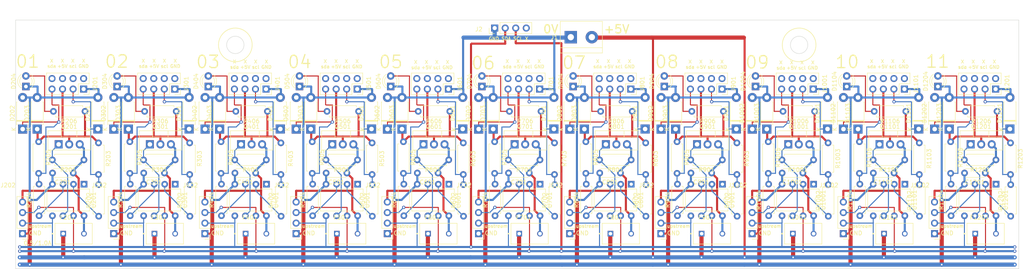
<source format=kicad_pcb>
(kicad_pcb (version 20240108) (generator "pcbnew") (generator_version "8.0")
  (title_block (title "home2l RootHubs") (date "2022-07-21") (rev "2.0.b54dd54") (company "The Internet Community") (comment 1 "Design based on https://github.com/gkiefer/home2l/tree/master/brownies/circuits") (comment 2 "The home2l Project: https://github.com/gkiefer/home2l") (comment 3 "This project: https://github.com/mc3/home2l") (comment 4 "Multiple Root Hub board for the home2l project (also supports standalone hubs)"))
  (layers (0 "F.Cu" signal) (31 "B.Cu" signal) (34 "B.Paste" user) (35 "F.Paste" user) (36 "B.SilkS" user "B.Silkscreen") (37 "F.SilkS" user "F.Silkscreen") (38 "B.Mask" user) (39 "F.Mask" user) (44 "Edge.Cuts" user))
  (net 0 "")
  (net 1 "/SingleRootHub2/sh_vcc")
  (net 2 "GND")
  (net 3 "/SingleRootHub1/sh_vcc")
  (net 4 "/SingleRootHub3/sh_vcc")
  (net 5 "/SingleRootHub4/sh_vcc")
  (net 6 "/SingleRootHub5/sh_vcc")
  (net 7 "/SingleRootHub6/sh_vcc")
  (net 8 "/SingleRootHub7/sh_vcc")
  (net 9 "/SingleRootHub8/sh_vcc")
  (net 10 "/SingleRootHub9/sh_vcc")
  (net 11 "/SingleRootHub10/sh_vcc")
  (net 12 "/SingleRootHub11/sh_vcc")
  (net 13 "/SingleRootHub2/sn_scl")
  (net 14 "/SingleRootHub2/sn_sda")
  (net 15 "/SingleRootHub2/sn_vcc")
  (net 16 "Net-(D204-Pad2)")
  (net 17 "/SingleRootHub1/sn_scl")
  (net 18 "/SingleRootHub1/sn_sda")
  (net 19 "/SingleRootHub1/sn_vcc")
  (net 20 "Net-(D304-Pad2)")
  (net 21 "/SingleRootHub3/sn_scl")
  (net 22 "/SingleRootHub3/sn_sda")
  (net 23 "/SingleRootHub3/sn_vcc")
  (net 24 "Net-(D404-Pad2)")
  (net 25 "/SingleRootHub4/sn_scl")
  (net 26 "/SingleRootHub4/sn_sda")
  (net 27 "/SingleRootHub4/sn_vcc")
  (net 28 "Net-(D504-Pad2)")
  (net 29 "/SingleRootHub5/sn_scl")
  (net 30 "/SingleRootHub5/sn_sda")
  (net 31 "/SingleRootHub5/sn_vcc")
  (net 32 "Net-(D604-Pad2)")
  (net 33 "/SingleRootHub6/sn_scl")
  (net 34 "/SingleRootHub6/sn_sda")
  (net 35 "/SingleRootHub6/sn_vcc")
  (net 36 "Net-(D704-Pad2)")
  (net 37 "/SingleRootHub7/sn_scl")
  (net 38 "/SingleRootHub7/sn_sda")
  (net 39 "/SingleRootHub7/sn_vcc")
  (net 40 "Net-(D804-Pad2)")
  (net 41 "/SingleRootHub8/sn_scl")
  (net 42 "/SingleRootHub8/sn_sda")
  (net 43 "/SingleRootHub8/sn_vcc")
  (net 44 "Net-(D904-Pad2)")
  (net 45 "/SingleRootHub9/sn_scl")
  (net 46 "/SingleRootHub9/sn_sda")
  (net 47 "/SingleRootHub9/sn_vcc")
  (net 48 "Net-(D1004-Pad2)")
  (net 49 "/SingleRootHub10/sn_scl")
  (net 50 "/SingleRootHub10/sn_sda")
  (net 51 "/SingleRootHub10/sn_vcc")
  (net 52 "Net-(D1104-Pad2)")
  (net 53 "/SingleRootHub11/sn_scl")
  (net 54 "/SingleRootHub11/sn_sda")
  (net 55 "/SingleRootHub11/sn_vcc")
  (net 56 "Net-(D1204-Pad2)")
  (net 57 "VCCQ")
  (net 58 "SDA")
  (net 59 "SCL")
  (net 105 "/SingleRootHub2/twi_ma_scl")
  (net 106 "/SingleRootHub2/twi_ma_sda")
  (net 107 "/SingleRootHub1/twi_ma_scl")
  (net 108 "/SingleRootHub1/twi_ma_sda")
  (net 109 "/SingleRootHub3/twi_ma_scl")
  (net 110 "/SingleRootHub3/twi_ma_sda")
  (net 111 "/SingleRootHub4/twi_ma_scl")
  (net 112 "/SingleRootHub4/twi_ma_sda")
  (net 113 "/SingleRootHub5/twi_ma_scl")
  (net 114 "/SingleRootHub5/twi_ma_sda")
  (net 115 "/SingleRootHub6/twi_ma_scl")
  (net 116 "/SingleRootHub6/twi_ma_sda")
  (net 117 "/SingleRootHub7/twi_ma_scl")
  (net 118 "/SingleRootHub7/twi_ma_sda")
  (net 119 "/SingleRootHub8/twi_ma_scl")
  (net 120 "/SingleRootHub8/twi_ma_sda")
  (net 121 "/SingleRootHub9/twi_ma_scl")
  (net 122 "/SingleRootHub9/twi_ma_sda")
  (net 123 "/SingleRootHub10/twi_ma_scl")
  (net 124 "/SingleRootHub10/twi_ma_sda")
  (net 125 "/SingleRootHub11/twi_ma_scl")
  (net 126 "/SingleRootHub11/twi_ma_sda")
  (net 138 "/SingleRootHub2/gpio0")
  (net 139 "/SingleRootHub1/gpio0")
  (net 140 "/SingleRootHub3/gpio0")
  (net 141 "/SingleRootHub4/gpio0")
  (net 142 "/SingleRootHub5/gpio0")
  (net 143 "/SingleRootHub6/gpio0")
  (net 144 "/SingleRootHub7/gpio0")
  (net 145 "/SingleRootHub8/gpio0")
  (net 146 "/SingleRootHub9/gpio0")
  (net 147 "/SingleRootHub10/gpio0")
  (net 148 "/SingleRootHub11/gpio0")
  (footprint "Polyfuse_Schurter_PFRA" (layer "F.Cu") (at 41.385 152.535)
    (property "Reference" "F201")
    (property "Value" "0.5/1.0A Polyfuse")
  )
  (footprint "Polyfuse_Schurter_PFRA" (layer "F.Cu") (at 129.385 152.535)
    (property "Reference" "F601")
    (property "Value" "0.5/1.0A Polyfuse")
  )
  (footprint "R_Axial_DIN0207_L6.3mm_D2.5mm_P7.62mm_Horizontal" (layer "F.Cu") (at 113.44 148.325 90)
    (property "Reference" "R502")
    (property "Value" "100")
  )
  (footprint "D_DO-41_SOD81_P7.62mm_Horizontal" (layer "F.Cu") (at 113.25 127.285 90)
    (property "Reference" "D501")
    (property "Value" "ZD6.8")
  )
  (footprint "R_Axial_DIN0207_L6.3mm_D2.5mm_P7.62mm_Horizontal" (layer "F.Cu") (at 201.39 130.635 -90)
    (property "Reference" "R903")
    (property "Value" "1k")
  )
  (footprint "R_Axial_DIN0207_L6.3mm_D2.5mm_P7.62mm_Horizontal" (layer "F.Cu") (at 69.44 148.325 90)
    (property "Reference" "R302")
    (property "Value" "100")
  )
  (footprint "C_Disc_D4.3mm_W1.9mm_P5.00mm" (layer "F.Cu") (at 63.3 137.9 180)
    (property "Reference" "C301")
    (property "Value" "100n")
  )
  (footprint "DIP-8_W7.62mm" (layer "F.Cu") (at 263.9 140.605 -90)
    (property "Reference" "U1201")
    (property "Value" "ATtiny85-20P")
  )
  (footprint "Polyfuse_Schurter_PFRA" (layer "F.Cu") (at 85.385 152.535)
    (property "Reference" "F401")
    (property "Value" "0.5/1.0A Polyfuse")
  )
  (footprint "R_Axial_DIN0207_L6.3mm_D2.5mm_P7.62mm_Horizontal" (layer "F.Cu") (at 179.39 130.635 -90)
    (property "Reference" "R803")
    (property "Value" "1k")
  )
  (footprint "D_DO-41_SOD81_P7.62mm_Horizontal" (layer "F.Cu") (at 47.25 127.285 90)
    (property "Reference" "D201")
    (property "Value" "ZD6.8")
  )
  (footprint "D_DO-41_SOD81_P7.62mm_Horizontal" (layer "F.Cu") (at 205.1 127.305 90)
    (property "Reference" "D1002")
    (property "Value" "ZD6.8")
  )
  (footprint "R_Axial_DIN0207_L6.3mm_D2.5mm_P7.62mm_Horizontal" (layer "F.Cu") (at 186.95 130.355 -90)
    (property "Reference" "R905")
    (property "Value" "1k")
  )
  (footprint "D_DO-41_SOD81_P7.62mm_Horizontal" (layer "F.Cu") (at 120.6 127.305 90)
    (property "Reference" "D603")
    (property "Value" "ZD6.8")
  )
  (footprint "C_Disc_D4.3mm_W1.9mm_P5.00mm" (layer "F.Cu") (at 151.3 137.9 180)
    (property "Reference" "C701")
    (property "Value" "100n")
  )
  (footprint "R_Axial_DIN0207_L6.3mm_D2.5mm_P7.62mm_Horizontal" (layer "F.Cu") (at 264.14 123.025 180)
    (property "Reference" "R1206")
    (property "Value" "180")
  )
  (footprint "R_Axial_DIN0207_L6.3mm_D2.5mm_P7.62mm_Horizontal" (layer "F.Cu") (at 175.88 134.735 180)
    (property "Reference" "R801")
    (property "Value" "47k")
  )
  (footprint "LED_D3.0mm" (layer "F.Cu") (at 51.88 117.035 90)
    (property "Reference" "D304")
    (property "Value" "LED")
  )
  (footprint "R_Axial_DIN0207_L6.3mm_D2.5mm_P7.62mm_Horizontal" (layer "F.Cu") (at 33.05 148.205 90)
    (property "Reference" "R204")
    (property "Value" "100")
  )
  (footprint "R_Axial_DIN0207_L6.3mm_D2.5mm_P7.62mm_Horizontal" (layer "F.Cu") (at 110.14 123.025 180)
    (property "Reference" "R506")
    (property "Value" "180")
  )
  (footprint "C_Disc_D4.3mm_W1.9mm_P5.00mm" (layer "F.Cu") (at 107.3 137.9 180)
    (property "Reference" "C501")
    (property "Value" "100n")
  )
  (footprint "LED_D3.0mm" (layer "F.Cu") (at 117.88 117.035 90)
    (property "Reference" "D604")
    (property "Value" "LED")
  )
  (footprint "PinHeader_1x04_P2.54mm_Vertical" (layer "F.Cu") (at 161.065 152.525 180)
    (property "Reference" "J802")
    (property "Value" "Conn_01x04_Male")
  )
  (footprint "TO-220-3_Vertical" (layer "F.Cu") (at 213.78 130.985)
    (property "Reference" "Q1001")
    (property "Value" "IRF5305")
  )
  (footprint "R_Axial_DIN0207_L6.3mm_D2.5mm_P7.62mm_Horizontal" (layer "F.Cu") (at 32.95 130.355 -90)
    (property "Reference" "R205")
    (property "Value" "1k")
  )
  (footprint "R_Axial_DIN0207_L6.3mm_D2.5mm_P7.62mm_Horizontal" (layer "F.Cu") (at 153.88 134.735 180)
    (property "Reference" "R701")
    (property "Value" "47k")
  )
  (footprint "D_DO-41_SOD81_P7.62mm_Horizontal" (layer "F.Cu") (at 179.25 127.285 90)
    (property "Reference" "D801")
    (property "Value" "ZD6.8")
  )
  (footprint "R_Axial_DIN0207_L6.3mm_D2.5mm_P7.62mm_Horizontal" (layer "F.Cu") (at 201.44 148.325 90)
    (property "Reference" "R902")
    (property "Value" "100")
  )
  (footprint "R_Axial_DIN0207_L6.3mm_D2.5mm_P7.62mm_Horizontal" (layer "F.Cu") (at 157.44 148.325 90)
    (property "Reference" "R702")
    (property "Value" "100")
  )
  (footprint "D_DO-41_SOD81_P7.62mm_Horizontal" (layer "F.Cu") (at 29.1 127.305 90)
    (property "Reference" "D202")
    (property "Value" "ZD6.8")
  )
  (footprint "PinSocket_2x04_P2.54mm_Vertical" (layer "F.Cu") (at 109.8 117.655 -90)
    (property "Reference" "J501")
    (property "Value" "Conn_02x04_Odd_Even")
  )
  (footprint "R_Axial_DIN0207_L6.3mm_D2.5mm_P7.62mm_Horizontal" (layer "F.Cu") (at 131.88 134.735 180)
    (property "Reference" "R601")
    (property "Value" "47k")
  )
  (footprint "R_Axial_DIN0207_L6.3mm_D2.5mm_P7.62mm_Horizontal" (layer "F.Cu") (at 135.39 130.635 -90)
    (property "Reference" "R603")
    (property "Value" "1k")
  )
  (footprint "R_Axial_DIN0207_L6.3mm_D2.5mm_P7.62mm_Horizontal" (layer "F.Cu") (at 263.88 134.735 180)
    (property "Reference" "R1201")
    (property "Value" "47k")
  )
  (footprint "R_Axial_DIN0207_L6.3mm_D2.5mm_P7.62mm_Horizontal" (layer "F.Cu") (at 120.95 130.355 -90)
    (property "Reference" "R605")
    (property "Value" "1k")
  )
  (footprint "LED_D3.0mm" (layer "F.Cu") (at 205.88 117.035 90)
    (property "Reference" "D1004")
    (property "Value" "LED")
  )
  (footprint "C_Disc_D4.3mm_W1.9mm_P5.00mm" (layer "F.Cu") (at 41.3 137.9 180)
    (property "Reference" "C201")
    (property "Value" "100n")
  )
  (footprint "D_DO-41_SOD81_P7.62mm_Horizontal" (layer "F.Cu") (at 252.6 127.305 90)
    (property "Reference" "D1203")
    (property "Value" "ZD6.8")
  )
  (footprint "PinHeader_1x04_P2.54mm_Vertical" (layer "F.Cu") (at 73.065 152.525 180)
    (property "Reference" "J402")
    (property "Value" "Conn_01x04_Male")
  )
  (footprint "DIP-8_W7.62mm" (layer "F.Cu") (at 197.9 140.605 -90)
    (property "Reference" "U901")
    (property "Value" "ATtiny85-20P")
  )
  (footprint "R_Axial_DIN0207_L6.3mm_D2.5mm_P7.62mm_Horizontal" (layer "F.Cu") (at 164.95 130.355 -90)
    (property "Reference" "R805")
    (property "Value" "1k")
  )
  (footprint "DIP-8_W7.62mm" (layer "F.Cu") (at 131.9 140.605 -90)
    (property "Reference" "U601")
    (property "Value" "ATtiny85-20P")
  )
  (footprint "TO-220-3_Vertical" (layer "F.Cu") (at 103.78 130.985)
    (property "Reference" "Q501")
    (property "Value" "IRF5305")
  )
  (footprint "TO-220-3_Vertical" (layer "F.Cu") (at 147.78 130.985)
    (property "Reference" "Q701")
    (property "Value" "IRF5305")
  )
  (footprint "C_Disc_D4.3mm_W1.9mm_P5.00mm" (layer "F.Cu") (at 129.3 137.9 180)
    (property "Reference" "C601")
    (property "Value" "100n")
  )
  (footprint "TerminalBlock_bornier-2_P5.08mm" (layer "F.Cu") (at 161.32 105.135)
    (property "Reference" "J1")
    (property "Value" "Screw_Terminal_01x02")
  )
  (footprint "PinSocket_2x04_P2.54mm_Vertical" (layer "F.Cu") (at 175.8 117.655 -90)
    (property "Reference" "J801")
    (property "Value" "Conn_02x04_Odd_Even")
  )
  (footprint "R_Axial_DIN0207_L6.3mm_D2.5mm_P7.62mm_Horizontal" (layer "F.Cu") (at 44.14 123.025 180)
    (property "Reference" "R206")
    (property "Value" "180")
  )
  (footprint "R_Axial_DIN0207_L6.3mm_D2.5mm_P7.62mm_Horizontal" (layer "F.Cu") (at 109.88 134.735 180)
    (property "Reference" "R501")
    (property "Value" "47k")
  )
  (footprint "D_DO-41_SOD81_P7.62mm_Horizontal" (layer "F.Cu") (at 267.25 127.285 90)
    (property "Reference" "D1201")
    (property "Value" "ZD6.8")
  )
  (footprint "R_Axial_DIN0207_L6.3mm_D2.5mm_P7.62mm_Horizontal" (layer "F.Cu") (at 220.14 123.025 180)
    (property "Reference" "R1006")
    (property "Value" "180")
  )
  (footprint "R_Axial_DIN0207_L6.3mm_D2.5mm_P7.62mm_Horizontal" (layer "F.Cu") (at 197.88 134.735 180)
    (property "Reference" "R901")
    (property "Value" "47k")
  )
  (footprint "R_Axial_DIN0207_L6.3mm_D2.5mm_P7.62mm_Horizontal" (layer "F.Cu") (at 245.39 130.635 -90)
    (property "Reference" "R1103")
    (property "Value" "1k")
  )
  (footprint "TO-220-3_Vertical" (layer "F.Cu") (at 81.78 130.985)
    (property "Reference" "Q401")
    (property "Value" "IRF5305")
  )
  (footprint "R_Axial_DIN0207_L6.3mm_D2.5mm_P7.62mm_Horizontal" (layer "F.Cu") (at 198.14 123.025 180)
    (property "Reference" "R906")
    (property "Value" "180")
  )
  (footprint "D_DO-41_SOD81_P7.62mm_Horizontal" (layer "F.Cu") (at 54.6 127.305 90)
    (property "Reference" "D303")
    (property "Value" "ZD6.8")
  )
  (footprint "DIP-8_W7.62mm" (layer "F.Cu") (at 175.9 140.605 -90)
    (property "Reference" "U801")
    (property "Value" "ATtiny85-20P")
  )
  (footprint "R_Axial_DIN0207_L6.3mm_D2.5mm_P7.62mm_Horizontal" (layer "F.Cu") (at 135.44 148.325 90)
    (property "Reference" "R602")
    (property "Value" "100")
  )
  (footprint "PinSocket_2x04_P2.54mm_Vertical" (layer "F.Cu") (at 241.8 117.655 -90)
    (property "Reference" "J1101")
    (property "Value" "Conn_02x04_Odd_Even")
  )
  (footprint "D_DO-41_SOD81_P7.62mm_Horizontal" (layer "F.Cu") (at 69.25 127.285 90)
    (property "Reference" "D301")
    (property "Value" "ZD6.8")
  )
  (footprint "DIP-8_W7.62mm" (layer "F.Cu") (at 87.9 140.605 -90)
    (property "Reference" "U401")
    (property "Value" "ATtiny85-20P")
  )
  (footprint "R_Axial_DIN0207_L6.3mm_D2.5mm_P7.62mm_Horizontal" (layer "F.Cu") (at 179.44 148.325 90)
    (property "Reference" "R802")
    (property "Value" "100")
  )
  (footprint "PinHeader_1x04_P2.54mm_Vertical" (layer "F.Cu") (at 51.065 152.525 180)
    (property "Reference" "J302")
    (property "Value" "Conn_01x04_Male")
  )
  (footprint "PinHeader_1x04_P2.54mm_Vertical" (layer "F.Cu") (at 95.065 152.525 180)
    (property "Reference" "J502")
    (property "Value" "Conn_01x04_Male")
  )
  (footprint "D_DO-41_SOD81_P7.62mm_Horizontal" (layer "F.Cu") (at 223.25 127.285 90)
    (property "Reference" "D1001")
    (property "Value" "ZD6.8")
  )
  (footprint "R_Axial_DIN0207_L6.3mm_D2.5mm_P7.62mm_Horizontal" (layer "F.Cu") (at 66.14 123.025 180)
    (property "Reference" "R306")
    (property "Value" "180")
  )
  (footprint "PinSocket_2x04_P2.54mm_Vertical" (layer "F.Cu") (at 131.8 117.655 -90)
    (property "Reference" "J601")
    (property "Value" "Conn_02x04_Odd_Even")
  )
  (footprint "D_DO-41_SOD81_P7.62mm_Horizontal" (layer "F.Cu") (at 157.25 127.285 90)
    (property "Reference" "D701")
    (property "Value" "ZD6.8")
  )
  (footprint "R_Axial_DIN0207_L6.3mm_D2.5mm_P7.62mm_Horizontal" (layer "F.Cu") (at 76.95 130.355 -90)
    (property "Reference" "R405")
    (property "Value" "1k")
  )
  (footprint "D_DO-41_SOD81_P7.62mm_Horizontal" (layer "F.Cu") (at 183.1 127.305 90)
    (property "Reference" "D902")
    (property "Value" "ZD6.8")
  )
  (footprint "R_Axial_DIN0207_L6.3mm_D2.5mm_P7.62mm_Horizontal" (layer "F.Cu") (at 208.95 130.355 -90)
    (property "Reference" "R1005")
    (property "Value" "1k")
  )
  (footprint "R_Axial_DIN0207_L6.3mm_D2.5mm_P7.62mm_Horizontal" (layer "F.Cu") (at 143.05 148.205 90)
    (property "Reference" "R704")
    (property "Value" "100")
  )
  (footprint "R_Axial_DIN0207_L6.3mm_D2.5mm_P7.62mm_Horizontal" (layer "F.Cu") (at 242.14 123.025 180)
    (property "Reference" "R1106")
    (property "Value" "180")
  )
  (footprint "LED_D3.0mm" (layer "F.Cu") (at 161.88 117.035 90)
    (property "Reference" "D804")
    (property "Value" "LED")
  )
  (footprint "PinHeader_1x04_P2.54mm_Vertical" (layer "F.Cu") (at 227.065 152.525 180)
    (property "Reference" "J1102")
    (property "Value" "Conn_01x04_Male")
  )
  (footprint "D_DO-41_SOD81_P7.62mm_Horizontal" (layer "F.Cu") (at 201.25 127.285 90)
    (property "Reference" "D901")
    (property "Value" "ZD6.8")
  )
  (footprint "R_Axial_DIN0207_L6.3mm_D2.5mm_P7.62mm_Horizontal" (layer "F.Cu") (at 43.88 134.735 180)
    (property "Reference" "R201")
    (property "Value" "47k")
  )
  (footprint "D_DO-41_SOD81_P7.62mm_Horizontal" (layer "F.Cu") (at 76.6 127.305 90)
    (property "Reference" "D403")
    (property "Value" "ZD6.8")
  )
  (footprint "R_Axial_DIN0207_L6.3mm_D2.5mm_P7.62mm_Horizontal" (layer "F.Cu") (at 176.14 123.025 180)
    (property "Reference" "R806")
    (property "Value" "180")
  )
  (footprint "R_Axial_DIN0207_L6.3mm_D2.5mm_P7.62mm_Horizontal" (layer "F.Cu") (at 209.05 148.205 90)
    (property "Reference" "R1004")
    (property "Value" "100")
  )
  (footprint "D_DO-41_SOD81_P7.62mm_Horizontal" (layer "F.Cu") (at 117.1 127.305 90)
    (property "Reference" "D602")
    (property "Value" "ZD6.8")
  )
  (footprint "D_DO-41_SOD81_P7.62mm_Horizontal" (layer "F.Cu") (at 186.6 127.305 90)
    (property "Reference" "D903")
    (property "Value" "ZD6.8")
  )
  (footprint "R_Axial_DIN0207_L6.3mm_D2.5mm_P7.62mm_Horizontal" (layer "F.Cu") (at 113.39 130.635 -90)
    (property "Reference" "R503")
    (property "Value" "1k")
  )
  (footprint "PinHeader_1x04_P2.54mm_Vertical" (layer "F.Cu") (at 29.065 152.525 180)
    (property "Reference" "J202")
    (property "Value" "Conn_01x04_Male")
  )
  (footprint "LED_D3.0mm" (layer "F.Cu") (at 29.88 117.035 90)
    (property "Reference" "D204")
    (property "Value" "LED")
  )
  (footprint "PinSocket_2x04_P2.54mm_Vertical" (layer "F.Cu") (at 65.8 117.655 -90)
    (property "Reference" "J301")
    (property "Value" "Conn_02x04_Odd_Even")
  )
  (footprint "R_Axial_DIN0207_L6.3mm_D2.5mm_P7.62mm_Horizontal" (layer "F.Cu") (at 223.39 130.635 -90)
    (property "Reference" "R1003")
    (property "Value" "1k")
  )
  (footprint "D_DO-41_SOD81_P7.62mm_Horizontal" (layer "F.Cu") (at 98.6 127.305 90)
    (property "Reference" "D503")
    (property "Value" "ZD6.8")
  )
  (footprint "PinSocket_2x04_P2.54mm_Vertical" (layer "F.Cu") (at 87.8 117.655 -90)
    (property "Reference" "J401")
    (property "Value" "Conn_02x04_Odd_Even")
  )
  (footprint "DIP-8_W7.62mm" (layer "F.Cu") (at 109.9 140.605 -90)
    (property "Reference" "U501")
    (property "Value" "ATtiny85-20P")
  )
  (footprint "DIP-8_W7.62mm" (layer "F.Cu") (at 153.9 140.605 -90)
    (property "Reference" "U701")
    (property "Value" "ATtiny85-20P")
  )
  (footprint "R_Axial_DIN0207_L6.3mm_D2.5mm_P7.62mm_Horizontal" (layer "F.Cu") (at 252.95 130.355 -90)
    (property "Reference" "R1205")
    (property "Value" "1k")
  )
  (footprint "R_Axial_DIN0207_L6.3mm_D2.5mm_P7.62mm_Horizontal" (layer "F.Cu") (at 132.14 123.025 180)
    (property "Reference" "R606")
    (property "Value" "180")
  )
  (footprint "R_Axial_DIN0207_L6.3mm_D2.5mm_P7.62mm_Horizontal" (layer "F.Cu") (at 231.05 148.205 90)
    (property "Reference" "R1104")
    (property "Value" "100")
  )
  (footprint "C_Disc_D4.3mm_W1.9mm_P5.00mm" (layer "F.Cu") (at 195.3 137.9 180)
    (property "Reference" "C901")
    (property "Value" "100n")
  )
  (footprint "R_Axial_DIN0207_L6.3mm_D2.5mm_P7.62mm_Horizontal" (layer "F.Cu") (at 91.39 130.635 -90)
    (property "Reference" "R403")
    (property "Value" "1k")
  )
  (footprint "PinHeader_1x04_P2.54mm_Vertical" (layer "F.Cu") (at 205.065 152.525 180)
    (property "Reference" "J1002")
    (property "Value" "Conn_01x04_Male")
  )
  (footprint "D_DO-41_SOD81_P7.62mm_Horizontal" (layer "F.Cu") (at 91.25 127.285 90)
    (property "Reference" "D401")
    (property "Value" "ZD6.8")
  )
  (footprint "R_Axial_DIN0207_L6.3mm_D2.5mm_P7.62mm_Horizontal" (layer "F.Cu") (at 230.95 130.355 -90)
    (property "Reference" "R1105")
    (property "Value" "1k")
  )
  (footprint "Polyfuse_Schurter_PFRA" (layer "F.Cu") (at 173.385 152.535)
    (property "Reference" "F801")
    (property "Value" "0.5/1.0A Polyfuse")
  )
  (footprint "Polyfuse_Schurter_PFRA" (layer "F.Cu") (at 261.385 152.535)
    (property "Reference" "F1201")
    (property "Value" "0.5/1.0A Polyfuse")
  )
  (footprint "R_Axial_DIN0207_L6.3mm_D2.5mm_P7.62mm_Horizontal" (layer "F.Cu") (at 65.88 134.735 180)
    (property "Reference" "R301")
    (property "Value" "47k")
  )
  (footprint "C_Disc_D4.3mm_W1.9mm_P5.00mm" (layer "F.Cu") (at 173.3 137.9 180)
    (property "Reference" "C801")
    (property "Value" "100n")
  )
  (footprint "PinSocket_2x04_P2.54mm_Vertical" (layer "F.Cu") (at 43.8 117.655 -90)
    (property "Reference" "J201")
    (property "Value" "Conn_02x04_Odd_Even")
  )
  (footprint "R_Axial_DIN0207_L6.3mm_D2.5mm_P7.62mm_Horizontal" (layer "F.Cu") (at 154.14 123.025 180)
    (property "Reference" "R706")
    (property "Value" "180")
  )
  (footprint "R_Axial_DIN0207_L6.3mm_D2.5mm_P7.62mm_Horizontal" (layer "F.Cu") (at 47.44 148.325 90)
    (property "Reference" "R202")
    (property "Value" "100")
  )
  (footprint "Polyfuse_Schurter_PFRA" (layer "F.Cu") (at 107.385 152.535)
    (property "Reference" "F501")
    (property "Value" "0.5/1.0A Polyfuse")
  )
  (footprint "PinSocket_2x04_P2.54mm_Vertical" (layer "F.Cu") (at 263.8 117.655 -90)
    (property "Reference" "J1201")
    (property "Value" "Conn_02x04_Odd_Even")
  )
  (footprint "C_Disc_D4.3mm_W1.9mm_P5.00mm" (layer "F.Cu") (at 261.3 137.9 180)
    (property "Reference" "C1201")
    (property "Value" "100n")
  )
  (footprint "D_DO-41_SOD81_P7.62mm_Horizontal" (layer "F.Cu") (at 139.1 127.305 90)
    (property "Reference" "D702")
    (property "Value" "ZD6.8")
  )
  (footprint "R_Axial_DIN0207_L6.3mm_D2.5mm_P7.62mm_Horizontal" (layer "F.Cu") (at 253.05 148.205 90)
    (property "Reference" "R1204")
    (property "Value" "100")
  )
  (footprint "R_Axial_DIN0207_L6.3mm_D2.5mm_P7.62mm_Horizontal" (layer "F.Cu") (at 267.44 148.325 90)
    (property "Reference" "R1202")
    (property "Value" "100")
  )
  (footprint "R_Axial_DIN0207_L6.3mm_D2.5mm_P7.62mm_Horizontal" (layer "F.Cu") (at 88.14 123.025 180)
    (property "Reference" "R406")
    (property "Value" "180")
  )
  (footprint "LED_D3.0mm" (layer "F.Cu") (at 139.88 117.035 90)
    (property "Reference" "D704")
    (property "Value" "LED")
  )
  (footprint "PinSocket_2x04_P2.54mm_Vertical" (layer "F.Cu") (at 153.8 117.655 -90)
    (property "Reference" "J701")
    (property "Value" "Conn_02x04_Odd_Even")
  )
  (footprint "R_Axial_DIN0207_L6.3mm_D2.5mm_P7.62mm_Horizontal" (layer "F.Cu") (at 55.05 148.205 90)
    (property "Reference" "R304")
    (property "Value" "100")
  )
  (footprint "PinHeader_1x04_P2.54mm_Vertical" (layer "F.Cu") (at 249.065 152.525 180)
    (property "Reference" "J1202")
    (property "Value" "Conn_01x04_Male")
  )
  (footprint "PinHeader_1x04_P2.54mm_Vertical" (layer "F.Cu") (at 183.065 152.525 180)
    (property "Reference" "J902")
    (property "Value" "Conn_01x04_Male")
  )
  (footprint "R_Axial_DIN0207_L6.3mm_D2.5mm_P7.62mm_Horizontal" (layer "F.Cu") (at 54.95 130.355 -90)
    (property "Reference" "R305")
    (property "Value" "1k")
  )
  (footprint "PinHeader_1x04_P2.54mm_Vertical" (layer "F.Cu") (at 117.065 152.525 180)
    (property "Reference" "J602")
    (property "Value" "Conn_01x04_Male")
  )
  (footprint "C_Disc_D4.3mm_W1.9mm_P5.00mm" (layer "F.Cu") (at 239.3 137.9 180)
    (property "Reference" "C1101")
    (property "Value" "100n")
  )
  (footprint "D_DO-41_SOD81_P7.62mm_Horizontal" (layer "F.Cu") (at 245.25 127.285 90)
    (property "Reference" "D1101")
    (property "Value" "ZD6.8")
  )
  (footprint "D_DO-41_SOD81_P7.62mm_Horizontal" (layer "F.Cu") (at 249.1 127.305 90)
    (property "Reference" "D1202")
    (property "Value" "ZD6.8")
  )
  (footprint "PinSocket_2x04_P2.54mm_Vertical" (layer "F.Cu") (at 219.8 117.655 -90)
    (property "Reference" "J1001")
    (property "Value" "Conn_02x04_Odd_Even")
  )
  (footprint "R_Axial_DIN0207_L6.3mm_D2.5mm_P7.62mm_Horizontal" (layer "F.Cu") (at 91.44 148.325 90)
    (property "Reference" "R402")
    (property "Value" "100")
  )
  (footprint "Polyfuse_Schurter_PFRA" (layer "F.Cu") (at 239.385 152.535)
    (property "Reference" "F1101")
    (property "Value" "0.5/1.0A Polyfuse")
  )
  (footprint "D_DO-41_SOD81_P7.62mm_Horizontal" (layer "F.Cu") (at 135.25 127.285 90)
    (property "Reference" "D601")
    (property "Value" "ZD6.8")
  )
  (footprint "R_Axial_DIN0207_L6.3mm_D2.5mm_P7.62mm_Horizontal" (layer "F.Cu") (at 157.39 130.635 -90)
    (property "Reference" "R703")
    (property "Value" "1k")
  )
  (footprint "DIP-8_W7.62mm" (layer "F.Cu") (at 43.9 140.605 -90)
    (property "Reference" "U201")
    (property "Value" "ATtiny85-20P")
  )
  (footprint "TO-220-3_Vertical" (layer "F.Cu") (at 125.78 130.985)
    (property "Reference" "Q601")
    (property "Value" "IRF5305")
  )
  (footprint "LED_D3.0mm" (layer "F.Cu") (at 227.88 117.035 90)
    (property "Reference" "D1104")
    (property "Value" "LED")
  )
  (footprint "R_Axial_DIN0207_L6.3mm_D2.5mm_P7.62mm_Horizontal" (layer "F.Cu") (at 77.05 148.205 90)
    (property "Reference" "R404")
    (property "Value" "100")
  )
  (footprint "D_DO-41_SOD81_P7.62mm_Horizontal" (layer "F.Cu") (at 142.6 127.305 90)
    (property "Reference" "D703")
    (property "Value" "ZD6.8")
  )
  (footprint "R_Axial_DIN0207_L6.3mm_D2.5mm_P7.62mm_Horizontal" (layer "F.Cu") (at 241.88 134.735 180)
    (property "Reference" "R1101")
    (property "Value" "47k")
  )
  (footprint "TO-220-3_Vertical" (layer "F.Cu") (at 257.78 130.985)
    (property "Reference" "Q1201")
    (property "Value" "IRF5305")
  )
  (footprint "C_Disc_D4.3mm_W1.9mm_P5.00mm" (layer "F.Cu") (at 217.3 137.9 180)
    (property "Reference" "C1001")
    (property "Value" "100n")
  )
  (footprint "D_DO-41_SOD81_P7.62mm_Horizontal" (layer "F.Cu") (at 164.6 127.305 90)
    (property "Reference" "D803")
    (property "Value" "ZD6.8")
  )
  (footprint "D_DO-41_SOD81_P7.62mm_Horizontal" (layer "F.Cu") (at 161.1 127.305 90)
    (property "Reference" "D802")
    (property "Value" "ZD6.8")
  )
  (footprint "D_DO-41_SOD81_P7.62mm_Horizontal" (layer "F.Cu") (at 32.6 127.305 90)
    (property "Reference" "D203")
    (property "Value" "ZD6.8")
  )
  (footprint "Polyfuse_Schurter_PFRA" (layer "F.Cu") (at 151.385 152.535)
    (property "Reference" "F701")
    (property "Value" "0.5/1.0A Polyfuse")
  )
  (footprint "DIP-8_W7.62mm" (layer "F.Cu") (at 241.9 140.605 -90)
    (property "Reference" "U1101")
    (property "Value" "ATtiny85-20P")
  )
  (footprint "R_Axial_DIN0207_L6.3mm_D2.5mm_P7.62mm_Horizontal" (layer "F.Cu") (at 87.88 134.735 180)
    (property "Reference" "R401")
    (property "Value" "47k")
  )
  (footprint "R_Axial_DIN0207_L6.3mm_D2.5mm_P7.62mm_Horizontal" (layer "F.Cu") (at 98.95 130.355 -90)
    (property "Reference" "R505")
    (property "Value" "1k")
  )
  (footprint "R_Axial_DIN0207_L6.3mm_D2.5mm_P7.62mm_Horizontal" (layer "F.Cu") (at 223.44 148.325 90)
    (property "Reference" "R1002")
    (property "Value" "100")
  )
  (footprint "D_DO-41_SOD81_P7.62mm_Horizontal" (layer "F.Cu") (at 95.1 127.305 90)
    (property "Reference" "D502")
    (property "Value" "ZD6.8")
  )
  (footprint "PinSocket_2x04_P2.54mm_Vertical" (layer "F.Cu") (at 197.8 117.655 -90)
    (property "Reference" "J901")
    (property "Value" "Conn_02x04_Odd_Even")
  )
  (footprint "R_Axial_DIN0207_L6.3mm_D2.5mm_P7.62mm_Horizontal" (layer "F.Cu") (at 99.05 148.205 90)
    (property "Reference" "R504")
    (property "Value" "100")
  )
  (footprint "TO-220-3_Vertical" (layer "F.Cu") (at 235.78 130.985)
    (property "Reference" "Q1101")
    (property "Value" "IRF5305")
  )
  (footprint "PinHeader_1x04_P2.54mm_Vertical" (layer "F.Cu") (at 142.96 102.935 90)
    (property "Reference" "J2")
    (property "Value" "Conn_01x04_Male")
  )
  (footprint "TO-220-3_Vertical" (layer "F.Cu") (at 59.78 130.985)
    (property "Reference" "Q301")
    (property "Value" "IRF5305")
  )
  (footprint "LED_D3.0mm" (layer "F.Cu") (at 73.88 117.035 90)
    (property "Reference" "D404")
    (property "Value" "LED")
  )
  (footprint "D_DO-41_SOD81_P7.62mm_Horizontal" (layer "F.Cu") (at 230.6 127.305 90)
    (property "Reference" "D1103")
    (property "Value" "ZD6.8")
  )
  (footprint "D_DO-41_SOD81_P7.62mm_Horizontal" (layer "F.Cu") (at 51.1 127.305 90)
    (property "Reference" "D302")
    (property "Value" "ZD6.8")
  )
  (footprint "D_DO-41_SOD81_P7.62mm_Horizontal" (layer "F.Cu") (at 227.1 127.305 90)
    (property "Reference" "D1102")
    (property "Value" "ZD6.8")
  )
  (footprint "R_Axial_DIN0207_L6.3mm_D2.5mm_P7.62mm_Horizontal" (layer "F.Cu") (at 267.39 130.635 -90)
    (property "Reference" "R1203")
    (property "Value" "1k")
  )
  (footprint "DIP-8_W7.62mm" (layer "F.Cu") (at 219.9 140.605 -90)
    (property "Reference" "U1001")
    (property "Value" "ATtiny85-20P")
  )
  (footprint "LED_D3.0mm" (layer "F.Cu") (at 249.88 117.035 90)
    (property "Reference" "D1204")
    (property "Value" "LED")
  )
  (footprint "R_Axial_DIN0207_L6.3mm_D2.5mm_P7.62mm_Horizontal" (layer "F.Cu") (at 142.95 130.355 -90)
    (property "Reference" "R705")
    (property "Value" "1k")
  )
  (footprint "D_DO-41_SOD81_P7.62mm_Horizontal" (layer "F.Cu") (at 208.6 127.305 90)
    (property "Reference" "D1003")
    (property "Value" "ZD6.8")
  )
  (footprint "R_Axial_DIN0207_L6.3mm_D2.5mm_P7.62mm_Horizontal" (layer "F.Cu") (at 121.05 148.205 90)
    (property "Reference" "R604")
    (property "Value" "100")
  )
  (footprint "R_Axial_DIN0207_L6.3mm_D2.5mm_P7.62mm_Horizontal" (layer "F.Cu") (at 219.88 134.735 180)
    (property "Reference" "R1001")
    (property "Value" "47k")
  )
  (footprint "R_Axial_DIN0207_L6.3mm_D2.5mm_P7.62mm_Horizontal" (layer "F.Cu") (at 69.39 130.635 -90)
    (property "Reference" "R303")
    (property "Value" "1k")
  )
  (footprint "R_Axial_DIN0207_L6.3mm_D2.5mm_P7.62mm_Horizontal" (layer "F.Cu") (at 47.39 130.635 -90)
    (property "Reference" "R203")
    (property "Value" "1k")
  )
  (footprint "PinHeader_1x04_P2.54mm_Vertical" (layer "F.Cu") (at 139.065 152.525 180)
    (property "Reference" "J702")
    (property "Value" "Conn_01x04_Male")
  )
  (footprint "TO-220-3_Vertical" (layer "F.Cu") (at 37.78 130.985)
    (property "Reference" "Q201")
    (property "Value" "IRF5305")
  )
  (footprint "R_Axial_DIN0207_L6.3mm_D2.5mm_P7.62mm_Horizontal" (layer "F.Cu") (at 187.05 148.205 90)
    (property "Reference" "R904")
    (property "Value" "100")
  )
  (footprint "Polyfuse_Schurter_PFRA" (layer "F.Cu") (at 217.385 152.535)
    (property "Reference" "F1001")
    (property "Value" "0.5/1.0A Polyfuse")
  )
  (footprint "R_Axial_DIN0207_L6.3mm_D2.5mm_P7.62mm_Horizontal" (layer "F.Cu") (at 165.05 148.205 90)
    (property "Reference" "R804")
    (property "Value" "100")
  )
  (footprint "Polyfuse_Schurter_PFRA" (layer "F.Cu") (at 63.385 152.535)
    (property "Reference" "F301")
    (property "Value" "0.5/1.0A Polyfuse")
  )
  (footprint "TO-220-3_Vertical" (layer "F.Cu") (at 191.78 130.985)
    (property "Reference" "Q901")
    (property "Value" "IRF5305")
  )
  (footprint "LED_D3.0mm" (layer "F.Cu") (at 183.88 117.035 90)
    (property "Reference" "D904")
    (property "Value" "LED")
  )
  (footprint "DIP-8_W7.62mm" (layer "F.Cu") (at 65.9 140.605 -90)
    (property "Reference" "U301")
    (property "Value" "ATtiny85-20P")
  )
  (footprint "R_Axial_DIN0207_L6.3mm_D2.5mm_P7.62mm_Horizontal" (layer "F.Cu") (at 245.44 148.325 90)
    (property "Reference" "R1102")
    (property "Value" "100")
  )
  (footprint "LED_D3.0mm" (layer "F.Cu") (at 95.88 117.035 90)
    (property "Reference" "D504")
    (property "Value" "LED")
  )
  (footprint "D_DO-41_SOD81_P7.62mm_Horizontal" (layer "F.Cu") (at 73.1 127.305 90)
    (property "Reference" "D402")
    (property "Value" "ZD6.8")
  )
  (footprint "C_Disc_D4.3mm_W1.9mm_P5.00mm" (layer "F.Cu") (at 85.3 137.9 180)
    (property "Reference" "C401")
    (property "Value" "100n")
  )
  (footprint "TO-220-3_Vertical" (layer "F.Cu") (at 169.78 130.985)
    (property "Reference" "Q801")
    (property "Value" "IRF5305")
  )
  (footprint "Polyfuse_Schurter_PFRA" (layer "F.Cu") (at 195.385 152.535)
    (property "Reference" "F901")
    (property "Value" "0.5/1.0A Polyfuse")
  )
  (gr_circle (center 80.4 107) (end 83.271855 109.871855) (stroke (width 0.15)) (fill none) (layer "F.SilkS"))
  (gr_circle (center 216.4 107) (end 213.528145 109.871855) (stroke (width 0.15)) (fill none) (layer "F.SilkS"))
  (gr_rect (start 27.4 101) (end 269.4 161) (stroke (width 0.1)) (fill none) (layer "Edge.Cuts"))
  (gr_circle (center 80.4 107) (end 81.880724 108.480724) (stroke (width 0.1)) (fill none) (layer "Edge.Cuts"))
  (gr_circle (center 216.4 107) (end 217.880724 108.480724) (stroke (width 0.1)) (fill none) (layer "Edge.Cuts"))
  (gr_text "GND" (at 120.1 152.4 0) (layer "F.SilkS") (effects (font (size 1 1))))
  (gr_text "GND" (at 230.1 152.4 0) (layer "F.SilkS") (effects (font (size 1 1))))
  (gr_text "04\n" (at 95.9 111.1 0) (layer "F.SilkS") (effects (font (size 3 3) (thickness 0.3))))
  (gr_text "09" (at 206.3 111.2 0) (layer "F.SilkS") (effects (font (size 3 3) (thickness 0.3))))
  (gr_text "X\nsda" (at 190.1 111.7 0) (layer "F.SilkS") (effects (font (size 0.8 0.8))))
  (gr_text "X\n+5V" (at 236.5 111.6 0) (layer "F.SilkS") (effects (font (size 0.8 0.8))))
  (gr_text "X\nscl" (at 195.2 111.7 0) (layer "F.SilkS") (effects (font (size 0.8 0.8))))
  (gr_text "X\nsda" (at 212 111.9 0) (layer "F.SilkS") (effects (font (size 0.8 0.8))))
  (gr_text "upstream" (at 165.3 150.7 0) (layer "F.SilkS") (effects (font (size 0.8 0.8))))
  (gr_text "0V" (at 156.5 103.2 0) (layer "F.SilkS") (effects (font (size 2 2) (thickness 0.3))))
  (gr_text "X\n+5V" (at 148.6 111.6 0) (layer "F.SilkS") (effects (font (size 0.8 0.8))))
  (gr_text "X\nsda" (at 36.1 111.5 0) (layer "F.SilkS") (effects (font (size 0.8 0.8))))
  (gr_text "05" (at 117.9 111.1 0) (layer "F.SilkS") (effects (font (size 3 3) (thickness 0.3))))
  (gr_text "X\nGND" (at 219.7 111.9 0) (layer "F.SilkS") (effects (font (size 0.8 0.8))))
  (gr_text "X\nGND" (at 241.6 111.6 0) (layer "F.SilkS") (effects (font (size 0.8 0.8))))
  (gr_text "GND" (at 142.1 152.4 0) (layer "F.SilkS") (effects (font (size 1 1))))
  (gr_text "X\nsda" (at 80.2 111.7 0) (layer "F.SilkS") (effects (font (size 0.8 0.8))))
  (gr_text "X\nsda" (at 255.8 111.7 0) (layer "F.SilkS") (effects (font (size 0.8 0.8))))
  (gr_text "X\n+5V" (at 38.7 111.5 0) (layer "F.SilkS") (effects (font (size 0.8 0.8))))
  (gr_text "X\nGND" (at 197.8 111.7 0) (layer "F.SilkS") (effects (font (size 0.8 0.8))))
  (gr_text "GND" (at 252.1 152.4 0) (layer "F.SilkS") (effects (font (size 1 1))))
  (gr_text "01" (at 30.3 111 0) (layer "F.SilkS") (effects (font (size 3 3) (thickness 0.3))))
  (gr_text "X\n+5V" (at 82.8 111.7 0) (layer "F.SilkS") (effects (font (size 0.8 0.8))))
  (gr_text "X\nscl" (at 107.2 111.6 0) (layer "F.SilkS") (effects (font (size 0.8 0.8))))
  (gr_text "X\nsda" (at 146 111.6 0) (layer "F.SilkS") (effects (font (size 0.8 0.8))))
  (gr_text "upstream" (at 231.3 150.7 0) (layer "F.SilkS") (effects (font (size 0.8 0.8))))
  (gr_text "X\nGND" (at 263.5 111.7 0) (layer "F.SilkS") (effects (font (size 0.8 0.8))))
  (gr_text "X\n+5V" (at 126.5 111.8 0) (layer "F.SilkS") (effects (font (size 0.8 0.8))))
  (gr_text "X\nscl" (at 151.1 111.6 0) (layer "F.SilkS") (effects (font (size 0.8 0.8))))
  (gr_text "X\nsda" (at 167.8 111.6 0) (layer "F.SilkS") (effects (font (size 0.8 0.8))))
  (gr_text "X\nGND" (at 175.5 111.6 0) (layer "F.SilkS") (effects (font (size 0.8 0.8))))
  (gr_text "upstream" (at 253.3 150.7 0) (layer "F.SilkS") (effects (font (size 0.8 0.8))))
  (gr_text "upstream" (at 77.3 150.7 0) (layer "F.SilkS") (effects (font (size 0.8 0.8))))
  (gr_text "X\nscl" (at 85.3 111.7 0) (layer "F.SilkS") (effects (font (size 0.8 0.8))))
  (gr_text "X\nscl" (at 172.9 111.6 0) (layer "F.SilkS") (effects (font (size 0.8 0.8))))
  (gr_text "10" (at 228 111.1 0) (layer "F.SilkS") (effects (font (size 3 3) (thickness 0.3))))
  (gr_text "upstream" (at 187.3 150.7 0) (layer "F.SilkS") (effects (font (size 0.8 0.8))))
  (gr_text "GND" (at 54.1 152.4 0) (layer "F.SilkS") (effects (font (size 1 1))))
  (gr_text "0.5/1.0A" (at 32.7 154.8 0) (layer "F.SilkS") (effects (font (size 1 1))))
  (gr_text "X\nscl" (at 41.2 111.5 0) (layer "F.SilkS") (effects (font (size 0.8 0.8))))
  (gr_text "X\n+5V" (at 104.7 111.6 0) (layer "F.SilkS") (effects (font (size 0.8 0.8))))
  (gr_text "X\nGND" (at 87.9 111.7 0) (layer "F.SilkS") (effects (font (size 0.8 0.8))))
  (gr_text "X\n+5V" (at 214.6 111.9 0) (layer "F.SilkS") (effects (font (size 0.8 0.8))))
  (gr_text "X\nscl" (at 129 111.8 0) (layer "F.SilkS") (effects (font (size 0.8 0.8))))
  (gr_text "upstream" (at 33.3 150.7 0) (layer "F.SilkS") (effects (font (size 0.8 0.8))))
  (gr_text "02" (at 51.8 111 0) (layer "F.SilkS") (effects (font (size 3 3) (thickness 0.3))))
  (gr_text "X\nscl" (at 260.9 111.7 0) (layer "F.SilkS") (effects (font (size 0.8 0.8))))
  (gr_text "X\nscl" (at 239 111.6 0) (layer "F.SilkS") (effects (font (size 0.8 0.8))))
  (gr_text "X\nGND" (at 153.7 111.6 0) (layer "F.SilkS") (effects (font (size 0.8 0.8))))
  (gr_text "06" (at 140.2 111.4 0) (layer "F.SilkS") (effects (font (size 3 3) (thickness 0.3))))
  (gr_text "upstream" (at 143.3 150.7 0) (layer "F.SilkS") (effects (font (size 0.8 0.8))))
  (gr_text "GND" (at 186.1 152.4 0) (layer "F.SilkS") (effects (font (size 1 1))))
  (gr_text "X\nsda" (at 233.9 111.6 0) (layer "F.SilkS") (effects (font (size 0.8 0.8))))
  (gr_text "GND" (at 164.1 152.4 0) (layer "F.SilkS") (effects (font (size 1 1))))
  (gr_text "X\nsda" (at 123.9 111.8 0) (layer "F.SilkS") (effects (font (size 0.8 0.8))))
  (gr_text "GND SDA SCL X" (at 146.3 105.5 0) (layer "F.SilkS") (effects (font (size 0.8 0.8))))
  (gr_text "GND" (at 76.1 152.4 0) (layer "F.SilkS") (effects (font (size 1 1))))
  (gr_text "03" (at 73.8 111.1 0) (layer "F.SilkS") (effects (font (size 3 3) (thickness 0.3))))
  (gr_text "X\n+5V" (at 258.4 111.7 0) (layer "F.SilkS") (effects (font (size 0.8 0.8))))
  (gr_text "X\nsda" (at 58.2 111.5 0) (layer "F.SilkS") (effects (font (size 0.8 0.8))))
  (gr_text "X\nGND" (at 65.9 111.5 0) (layer "F.SilkS") (effects (font (size 0.8 0.8))))
  (gr_text "X\nsda" (at 102.1 111.6 0) (layer "F.SilkS") (effects (font (size 0.8 0.8))))
  (gr_text "+5V" (at 172.4 103.2 0) (layer "F.SilkS") (effects (font (size 2 2) (thickness 0.3))))
  (gr_text "X\nGND" (at 131.6 111.8 0) (layer "F.SilkS") (effects (font (size 0.8 0.8))))
  (gr_text "GND" (at 32.1 152.4 0) (layer "F.SilkS") (effects (font (size 1 1))))
  (gr_text "X\nscl" (at 217.1 111.9 0) (layer "F.SilkS") (effects (font (size 0.8 0.8))))
  (gr_text "X\n+5V" (at 60.8 111.5 0) (layer "F.SilkS") (effects (font (size 0.8 0.8))))
  (gr_text "GND" (at 208.1 152.4 0) (layer "F.SilkS") (effects (font (size 1 1))))
  (gr_text "X\nGND" (at 109.8 111.6 0) (layer "F.SilkS") (effects (font (size 0.8 0.8))))
  (gr_text "08" (at 184.5 111.1 0) (layer "F.SilkS") (effects (font (size 3 3) (thickness 0.3))))
  (gr_text "GND" (at 98.1 152.4 0) (layer "F.SilkS") (effects (font (size 1 1))))
  (gr_text "X\n+5V" (at 170.4 111.6 0) (layer "F.SilkS") (effects (font (size 0.8 0.8))))
  (gr_text "upstream" (at 121.3 150.7 0) (layer "F.SilkS") (effects (font (size 0.8 0.8))))
  (gr_text "upstream" (at 209.3 150.7 0) (layer "F.SilkS") (effects (font (size 0.8 0.8))))
  (gr_text "upstream" (at 99.3 150.7 0) (layer "F.SilkS") (effects (font (size 0.8 0.8))))
  (gr_text "upstream" (at 55.3 150.7 0) (layer "F.SilkS") (effects (font (size 0.8 0.8))))
  (gr_text "11" (at 249.8 111 0) (layer "F.SilkS") (effects (font (size 3 3) (thickness 0.3))))
  (gr_text "07\n" (at 162.1 111.3 0) (layer "F.SilkS") (effects (font (size 3 3) (thickness 0.3))))
  (gr_text "X\nscl" (at 63.3 111.5 0) (layer "F.SilkS") (effects (font (size 0.8 0.8))))
  (gr_text "X\n+5V" (at 192.7 111.7 0) (layer "F.SilkS") (effects (font (size 0.8 0.8))))
  (gr_text "X\nGND" (at 43.8 111.5 0) (layer "F.SilkS") (effects (font (size 0.8 0.8))))
  (segment (start 42.61 146.935) (end 42.61 142.19) (width 0.5) (layer "F.Cu") (net 1))
  (segment (start 43.9 148.225) (end 42.61 146.935) (width 0.5) (layer "F.Cu") (net 1))
  (segment (start 29.065 142.235) (end 29.11 142.19) (width 0.5) (layer "F.Cu") (net 1))
  (segment (start 29.11 142.19) (end 42.61 142.19) (width 0.5) (layer "F.Cu") (net 1))
  (segment (start 29.065 144.905) (end 29.065 142.235) (width 0.5) (layer "F.Cu") (net 1))
  (segment (start 42.61 142.19) (end 42.61 139.21) (width 0.5) (layer "F.Cu") (net 1))
  (segment (start 42.61 139.21) (end 41.3 137.9) (width 0.5) (layer "F.Cu") (net 1))
  (segment (start 43.88 134.735) (end 43.88 132.005) (width 0.5) (layer "B.Cu") (net 1))
  (segment (start 41.3 137.9) (end 41.3 137.315) (width 0.5) (layer "B.Cu") (net 1))
  (segment (start 41.3 137.315) (end 43.88 134.735) (width 0.5) (layer "B.Cu") (net 1))
  (segment (start 43.88 132.005) (end 42.86 130.985) (width 0.5) (layer "B.Cu") (net 1))
  (segment (start 43.885 152.535) (end 43.885 148.24) (width 0.5) (layer "B.Cu") (net 1))
  (segment (start 228.8 160) (end 228.8 152.6) (width 1) (layer "F.Cu") (net 2))
  (segment (start 52.8 160) (end 52.8 152.6) (width 1) (layer "F.Cu") (net 2))
  (segment (start 183.065 152.525) (end 184.725 152.525) (width 0.5) (layer "F.Cu") (net 2))
  (segment (start 117.065 152.525) (end 118.725 152.525) (width 0.5) (layer "F.Cu") (net 2))
  (segment (start 184.8 160) (end 184.8 152.6) (width 1) (layer "F.Cu") (net 2))
  (segment (start 139.065 152.525) (end 140.725 152.525) (width 0.5) (layer "F.Cu") (net 2))
  (segment (start 51.065 152.525) (end 52.725 152.525) (width 0.5) (layer "F.Cu") (net 2))
  (segment (start 29.065 152.525) (end 30.725 152.525) (width 0.5) (layer "F.Cu") (net 2))
  (segment (start 161.065 152.525) (end 162.725 152.525) (width 0.5) (layer "F.Cu") (net 2))
  (segment (start 206.8 152.6) (end 206.8 144.4) (width 1) (layer "F.Cu") (net 2))
  (segment (start 96.8 160) (end 96.8 152.6) (width 1) (layer "F.Cu") (net 2))
  (segment (start 162.8 152.6) (end 162.8 144.4) (width 1) (layer "F.Cu") (net 2))
  (segment (start 227.065 152.525) (end 228.725 152.525) (width 0.5) (layer "F.Cu") (net 2))
  (segment (start 206.8 160) (end 206.8 152.6) (width 1) (layer "F.Cu") (net 2))
  (segment (start 250.8 160) (end 250.8 152.6) (width 1) (layer "F.Cu") (net 2))
  (segment (start 96.8 152.6) (end 96.8 144.4) (width 1) (layer "F.Cu") (net 2))
  (segment (start 228.8 152.6) (end 228.8 144.4) (width 1) (layer "F.Cu") (net 2))
  (segment (start 30.8 152.6) (end 30.8 144.4) (width 1) (layer "F.Cu") (net 2))
  (segment (start 140.7 160) (end 140.7 152.7) (width 1) (layer "F.Cu") (net 2))
  (segment (start 74.7 160) (end 74.7 152.7) (width 1) (layer "F.Cu") (net 2))
  (segment (start 250.8 152.6) (end 250.8 144.4) (width 1) (layer "F.Cu") (net 2))
  (segment (start 74.7 152.7) (end 74.8 152.6) (width 0.5) (layer "F.Cu") (net 2))
  (segment (start 73.065 152.525) (end 74.725 152.525) (width 0.5) (layer "F.Cu") (net 2))
  (segment (start 74.8 152.6) (end 74.8 144.4) (width 1) (layer "F.Cu") (net 2))
  (segment (start 162.8 160) (end 162.8 152.6) (width 1) (layer "F.Cu") (net 2))
  (segment (start 228.725 152.525) (end 228.8 152.6) (width 0.5) (layer "F.Cu") (net 2))
  (segment (start 52.8 152.6) (end 52.8 144.4) (width 1) (layer "F.Cu") (net 2))
  (segment (start 184.725 152.525) (end 184.8 152.6) (width 0.5) (layer "F.Cu") (net 2))
  (segment (start 95.065 152.525) (end 96.725 152.525) (width 0.5) (layer "F.Cu") (net 2))
  (segment (start 249.065 152.525) (end 250.725 152.525) (width 0.5) (layer "F.Cu") (net 2))
  (segment (start 205.065 152.525) (end 206.725 152.525) (width 0.5) (layer "F.Cu") (net 2))
  (segment (start 52.725 152.525) (end 52.8 152.6) (width 0.5) (layer "F.Cu") (net 2))
  (segment (start 250.725 152.525) (end 250.8 152.6) (width 0.5) (layer "F.Cu") (net 2))
  (segment (start 140.7 152.7) (end 140.8 152.6) (width 0.5) (layer "F.Cu") (net 2))
  (segment (start 30.725 152.525) (end 30.8 152.6) (width 0.5) (layer "F.Cu") (net 2))
  (segment (start 30.8 160) (end 30.8 152.6) (width 1) (layer "F.Cu") (net 2))
  (segment (start 162.725 152.525) (end 162.8 152.6) (width 0.5) (layer "F.Cu") (net 2))
  (segment (start 74.725 152.525) (end 74.8 152.6) (width 0.5) (layer "F.Cu") (net 2))
  (segment (start 118.725 152.525) (end 118.8 152.6) (width 0.5) (layer "F.Cu") (net 2))
  (segment (start 140.8 152.6) (end 140.8 144.4) (width 1) (layer "F.Cu") (net 2))
  (segment (start 118.8 152.6) (end 118.8 144.4) (width 1) (layer "F.Cu") (net 2))
  (segment (start 118.8 160) (end 118.8 152.6) (width 1) (layer "F.Cu") (net 2))
  (segment (start 184.8 152.6) (end 184.8 144.4) (width 1) (layer "F.Cu") (net 2))
  (segment (start 96.725 152.525) (end 96.8 152.6) (width 0.5) (layer "F.Cu") (net 2))
  (segment (start 140.725 152.525) (end 140.8 152.6) (width 0.5) (layer "F.Cu") (net 2))
  (segment (start 206.725 152.525) (end 206.8 152.6) (width 0.5) (layer "F.Cu") (net 2))
  (via (at 96.8 144.4) (size 0.8) (drill 0.4) (layers "F.Cu" "B.Cu") (net 2))
  (via (at 52.8 144.4) (size 0.8) (drill 0.4) (layers "F.Cu" "B.Cu") (net 2))
  (via (at 118.8 160) (size 0.8) (drill 0.4) (layers "F.Cu" "B.Cu") (net 2))
  (via (at 184.8 160) (size 0.8) (drill 0.4) (layers "F.Cu" "B.Cu") (net 2))
  (via (at 28.4 160) (size 0.8) (drill 0.4) (layers "F.Cu" "B.Cu") (net 2))
  (via (at 140.7 160) (size 0.8) (drill 0.4) (layers "F.Cu" "B.Cu") (net 2))
  (via (at 228.8 160) (size 0.8) (drill 0.4) (layers "F.Cu" "B.Cu") (net 2))
  (via (at 96.8 160) (size 0.8) (drill 0.4) (layers "F.Cu" "B.Cu") (net 2))
  (via (at 268.4 160) (size 0.8) (drill 0.4) (layers "F.Cu" "B.Cu") (net 2))
  (via (at 30.8 144.4) (size 0.8) (drill 0.4) (layers "F.Cu" "B.Cu") (net 2))
  (via (at 250.8 160) (size 0.8) (drill 0.4) (layers "F.Cu" "B.Cu") (net 2))
  (via (at 118.8 144.4) (size 0.8) (drill 0.4) (layers "F.Cu" "B.Cu") (net 2))
  (via (at 206.8 144.4) (size 0.8) (drill 0.4) (layers "F.Cu" "B.Cu") (net 2))
  (via (at 52.8 160) (size 0.8) (drill 0.4) (layers "F.Cu" "B.Cu") (net 2))
  (via (at 228.8 144.4) (size 0.8) (drill 0.4) (layers "F.Cu" "B.Cu") (net 2))
  (via (at 206.8 160) (size 0.8) (drill 0.4) (layers "F.Cu" "B.Cu") (net 2))
  (via (at 162.8 144.4) (size 0.8) (drill 0.4) (layers "F.Cu" "B.Cu") (net 2))
  (via (at 162.8 160) (size 0.8) (drill 0.4) (layers "F.Cu" "B.Cu") (net 2))
  (via (at 140.8 144.4) (size 0.8) (drill 0.4) (layers "F.Cu" "B.Cu") (net 2))
  (via (at 184.8 144.4) (size 0.8) (drill 0.4) (layers "F.Cu" "B.Cu") (net 2))
  (via (at 74.7 160) (size 0.8) (drill 0.4) (layers "F.Cu" "B.Cu") (net 2))
  (via (at 250.8 144.4) (size 0.8) (drill 0.4) (layers "F.Cu" "B.Cu") (net 2))
  (via (at 74.8 144.4) (size 0.8) (drill 0.4) (layers "F.Cu" "B.Cu") (net 2))
  (via (at 30.8 160) (size 0.8) (drill 0.4) (layers "F.Cu" "B.Cu") (net 2))
  (segment (start 219.8 117.655) (end 223.345 117.655) (width 0.5) (layer "B.Cu") (net 2))
  (segment (start 249.1 119.685) (end 252.6 119.685) (width 0.5) (layer "B.Cu") (net 2))
  (segment (start 118.8 144.4) (end 118.8 126.3) (width 0.5) (layer "B.Cu") (net 2))
  (segment (start 159.2 160) (end 140.7 160) (width 1) (layer "B.Cu") (net 2))
  (segment (start 29.1 119.685) (end 32.6 119.685) (width 0.5) (layer "B.Cu") (net 2))
  (segment (start 142.96 102.935) (end 142.96 105.16) (width 1) (layer "B.Cu") (net 2))
  (segment (start 32.665 117.035) (end 29.88 117.035) (width 0.5) (layer "B.Cu") (net 2))
  (segment (start 212.3 137.9) (end 212.3 140.585) (width 0.5) (layer "B.Cu") (net 2))
  (segment (start 162.8 160) (end 159.2 160) (width 1) (layer "B.Cu") (net 2))
  (segment (start 98.7 120.085) (end 98.7 117.07) (width 0.5) (layer "B.Cu") (net 2))
  (segment (start 206.8 160) (end 203.2 160) (width 1) (layer "B.Cu") (net 2))
  (segment (start 230.6 119.685) (end 245.23 119.685) (width 0.5) (layer "B.Cu") (net 2))
  (segment (start 87.8 117.655) (end 91.345 117.655) (width 0.5) (layer "B.Cu") (net 2))
  (segment (start 203.2 160) (end 184.8 160) (width 1) (layer "B.Cu") (net 2))
  (segment (start 118.8 160) (end 96.8 160) (width 1) (layer "B.Cu") (net 2))
  (segment (start 164.665 117.035) (end 161.88 117.035) (width 0.5) (layer "B.Cu") (net 2))
  (segment (start 227.1 119.685) (end 228.885 119.685) (width 0.5) (layer "B.Cu") (net 2))
  (segment (start 228.8 126.3) (end 228.835 126.265) (width 0.5) (layer "B.Cu") (net 2))
  (segment (start 146.3 137.9) (end 146.3 140.585) (width 0.5) (layer "B.Cu") (net 2))
  (segment (start 252.665 117.035) (end 249.88 117.035) (width 0.5) (layer "B.Cu") (net 2))
  (segment (start 206.885 119.685) (end 208.6 119.685) (width 0.5) (layer "B.Cu") (net 2))
  (segment (start 135.345 105.255) (end 135.345 117.655) (width 0.5) (layer "B.Cu") (net 2))
  (segment (start 118.835 126.265) (end 118.835 119.735) (width 0.5) (layer "B.Cu") (net 2))
  (segment (start 65.8 117.655) (end 69.345 117.655) (width 0.5) (layer "B.Cu") (net 2))
  (segment (start 268.4 160) (end 250.8 160) (width 1) (layer "B.Cu") (net 2))
  (segment (start 58.3 137.9) (end 58.3 140.585) (width 0.5) (layer "B.Cu") (net 2))
  (segment (start 96.885 119.685) (end 98.6 119.685) (width 0.5) (layer "B.Cu") (net 2))
  (segment (start 74.835 126.265) (end 74.835 119.735) (width 0.5) (layer "B.Cu") (net 2))
  (segment (start 162.8 126.3) (end 162.835 126.265) (width 0.5) (layer "B.Cu") (net 2))
  (segment (start 131.8 117.655) (end 135.345 117.655) (width 0.5) (layer "B.Cu") (net 2))
  (segment (start 190.3 137.9) (end 190.3 140.585) (width 0.5) (layer "B.Cu") (net 2))
  (segment (start 102.3 137.9) (end 102.3 140.585) (width 0.5) (layer "B.Cu") (net 2))
  (segment (start 208.665 117.035) (end 205.88 117.035) (width 0.5) (layer "B.Cu") (net 2))
  (segment (start 80.28 140.605) (end 76.485 144.4) (width 0.5) (layer "B.Cu") (net 2))
  (segment (start 32.485 144.4) (end 30.8 144.4) (width 0.5) (layer "B.Cu") (net 2))
  (segment (start 175.8 117.655) (end 179.345 117.655) (width 0.5) (layer "B.Cu") (net 2))
  (segment (start 206.8 144.4) (end 206.8 126.3) (width 0.5) (layer "B.Cu") (net 2))
  (segment (start 74.8 126.3) (end 74.835 126.265) (width 0.5) (layer "B.Cu") (net 2))
  (segment (start 124.28 140.605) (end 120.485 144.4) (width 0.5) (layer "B.Cu") (net 2))
  (segment (start 162.835 126.265) (end 162.835 119.735) (width 0.5) (layer "B.Cu") (net 2))
  (segment (start 30.835 126.265) (end 30.835 119.735) (width 0.5) (layer "B.Cu") (net 2))
  (segment (start 76.6 119.685) (end 91.23 119.685) (width 0.5) (layer "B.Cu") (net 2))
  (segment (start 139.1 119.685) (end 140.885 119.685) (width 0.5) (layer "B.Cu") (net 2))
  (segment (start 252.6 119.685) (end 267.23 119.685) (width 0.5) (layer "B.Cu") (net 2))
  (segment (start 157.265 105.235) (end 143.035 105.235) (width 1) (layer "B.Cu") (net 2))
  (segment (start 52.8 126.3) (end 52.835 126.265) (width 0.5) (layer "B.Cu") (net 2))
  (segment (start 162.885 119.685) (end 164.6 119.685) (width 0.5) (layer "B.Cu") (net 2))
  (segment (start 186.6 119.685) (end 201.23 119.685) (width 0.5) (layer "B.Cu") (net 2))
  (segment (start 184.885 119.685) (end 186.6 119.685) (width 0.5) (layer "B.Cu") (net 2))
  (segment (start 32.7 120.085) (end 32.7 117.07) (width 0.5) (layer "B.Cu") (net 2))
  (segment (start 135.435 105.235) (end 135.4 105.2) (width 0.5) (layer "B.Cu") (net 2))
  (segment (start 263.8 117.655) (end 267.345 117.655) (width 0.5) (layer "B.Cu") (net 2))
  (segment (start 52.885 119.685) (end 54.6 119.685) (width 0.5) (layer "B.Cu") (net 2))
  (segment (start 91.4 120.185) (end 91.4 117.71) (width 0.5) (layer "B.Cu") (net 2))
  (segment (start 52.835 126.265) (end 52.835 119.735) (width 0.5) (layer "B.Cu") (net 2))
  (segment (start 228.835 126.265) (end 228.835 119.735) (width 0.5) (layer "B.Cu") (net 2))
  (segment (start 140.7 160) (end 118.8 160) (width 1) (layer "B.Cu") (net 2))
  (segment (start 164.7 120.085) (end 164.7 117.07) (width 0.5) (layer "B.Cu") (net 2))
  (segment (start 54.665 117.035) (end 51.88 117.035) (width 0.5) (layer "B.Cu") (net 2))
  (segment (start 162.8 144.4) (end 162.8 126.3) (width 0.5) (layer "B.Cu") (net 2))
  (segment (start 186.665 117.035) (end 183.88 117.035) (width 0.5) (layer "B.Cu") (net 2))
  (segment (start 157.345 105.315) (end 157.265 105.235) (width 0.5) (layer "B.Cu") (net 2))
  (segment (start 181.1 160) (end 162.8 160) (width 1) (layer "B.Cu") (net 2))
  (segment (start 36.28 140.605) (end 32.485 144.4) (width 0.5) (layer "B.Cu") (net 2))
  (segment (start 179.4 120.185) (end 179.4 117.71) (width 0.5) (layer "B.Cu") (net 2))
  (segment (start 206.835 126.265) (end 206.835 119.735) (width 0.5) (layer "B.Cu") (net 2))
  (segment (start 30.8 160) (end 28.4 160) (width 1) (layer "B.Cu") (net 2))
  (segment (start 245.4 120.185) (end 245.4 117.71) (width 0.5) (layer "B.Cu") (net 2))
  (segment (start 98.485 144.4) (end 96.8 144.4) (width 0.5) (layer "B.Cu") (net 2))
  (segment (start 142.7 120.085) (end 142.7 117.07) (width 0.5) (layer "B.Cu") (net 2))
  (segment (start 69.4 120.185) (end 69.4 117.71) (width 0.5) (layer "B.Cu") (net 2))
  (segment (start 184.835 126.265) (end 184.835 119.735) (width 0.5) (layer "B.Cu") (net 2))
  (segment (start 113.4 120.185) (end 113.4 117.71) (width 0.5) (layer "B.Cu") (net 2))
  (segment (start 208.7 120.085) (end 208.7 117.07) (width 0.5) (layer "B.Cu") (net 2))
  (segment (start 76.485 144.4) (end 74.8 144.4) (width 0.5) (layer "B.Cu") (net 2))
  (segment (start 135.4 120.185) (end 135.4 117.71) (width 0.5) (layer "B.Cu") (net 2))
  (segment (start 153.8 117.655) (end 157.345 117.655) (width 0.5) (layer "B.Cu") (net 2))
  (segment (start 230.665 117.035) (end 227.88 117.035) (width 0.5) (layer "B.Cu") (net 2))
  (segment (start 54.7 120.085) (end 54.7 117.07) (width 0.5) (layer "B.Cu") (net 2))
  (segment (start 124.3 137.9) (end 124.3 140.585) (width 0.5) (layer "B.Cu") (net 2))
  (segment (start 52.8 160) (end 30.8 160) (width 1) (layer "B.Cu") (net 2))
  (segment (start 102.28 140.605) (end 98.485 144.4) (width 0.5) (layer "B.Cu") (net 2))
  (segment (start 51.1 119.685) (end 52.885 119.685) (width 0.5) (layer "B.Cu") (net 2))
  (segment (start 74.8 144.4) (end 74.8 126.3) (width 0.5) (layer "B.Cu") (net 2))
  (segment (start 142.665 117.035) (end 139.88 117.035) (width 0.5) (layer "B.Cu") (net 2))
  (segment (start 234.28 140.605) (end 230.485 144.4) (width 0.5) (layer "B.Cu") (net 2))
  (segment (start 140.8 126.3) (end 140.835 126.265) (width 0.5) (layer "B.Cu") (net 2))
  (segment (start 52.8 144.4) (end 52.8 126.3) (width 0.5) (layer "B.Cu") (net 2))
  (segment (start 241.8 117.655) (end 245.345 117.655) (width 0.5) (layer "B.Cu") (net 2))
  (segment (start 208.6 119.685) (end 223.23 119.685) (width 0.5) (layer "B.Cu") (net 2))
  (segment (start 208.485 144.4) (end 206.8 144.4) (width 0.5) (layer "B.Cu") (net 2))
  (segment (start 117.1 119.685) (end 118.885 119.685) (width 0.5) (layer "B.Cu") (net 2))
  (segment (start 58.28 140.605) (end 54.485 144.4) (width 0.5) (layer "B.Cu") (net 2))
  (segment (start 205.1 119.685) (end 206.885 119.685) (width 0.5) (layer "B.Cu") (net 2))
  (segment (start 228.8 160) (end 206.8 160) (width 1) (layer "B.Cu") (net 2))
  (segment (start 140.835 126.265) (end 140.835 119.735) (width 0.5) (layer "B.Cu") (net 2))
  (segment (start 183.1 119.685) (end 184.885 119.685) (width 0.5) (layer "B.Cu") (net 2))
  (segment (start 80.3 137.9) (end 80.3 140.585) (width 0.5) (layer "B.Cu") (net 2))
  (segment (start 206.8 126.3) (end 206.835 126.265) (width 0.5) (layer "B.Cu") (net 2))
  (segment (start 256.28 140.605) (end 252.485 144.4) (width 0.5) (layer "B.Cu") (net 2))
  (segment (start 76.7 120.085) (end 76.7 117.07) (width 0.5) (layer "B.Cu") (net 2))
  (segment (start 118.8 126.3) (end 118.835 126.265) (width 0.5) (layer "B.Cu") (net 2))
  (segment (start 164.485 144.4) (end 162.8 144.4) (width 0.5) (layer "B.Cu") (net 2))
  (segment (start 157.345 117.655) (end 157.345 105.315) (width 0.5) (layer "B.Cu") (net 2))
  (segment (start 76.665 117.035) (end 73.88 117.035) (width 0.5) (layer "B.Cu") (net 2))
  (segment (start 96.8 160) (end 74.7 160) (width 1) (layer "B.Cu") (net 2))
  (segment (start 73.1 119.685) (end 74.885 119.685) (width 0.5) (layer "B.Cu") (net 2))
  (segment (start 230.485 144.4) (end 228.8 144.4) (width 0.5) (layer "B.Cu") (net 2))
  (segment (start 228.8 144.4) (end 228.8 126.3) (width 0.5) (layer "B.Cu") (net 2))
  (segment (start 135.4 105.2) (end 135.345 105.255) (width 0.5) (layer "B.Cu") (net 2))
  (segment (start 54.485 144.4) (end 52.8 144.4) (width 0.5) (layer "B.Cu") (net 2))
  (segment (start 157.265 105.235) (end 162.12 105.235) (width 1) (layer "B.Cu") (net 2))
  (segment (start 120.7 120.085) (end 120.7 117.07) (width 0.5) (layer "B.Cu") (net 2))
  (segment (start 161.1 119.685) (end 162.885 119.685) (width 0.5) (layer "B.Cu") (net 2))
  (segment (start 98.665 117.035) (end 95.88 117.035) (width 0.5) (layer "B.Cu") (net 2))
  (segment (start 142.485 144.4) (end 140.8 144.4) (width 0.5) (layer "B.Cu") (net 2))
  (segment (start 267.4 120.185) (end 267.4 117.71) (width 0.5) (layer "B.Cu") (net 2))
  (segment (start 190.28 140.605) (end 186.485 144.4) (width 0.5) (layer "B.Cu") (net 2))
  (segment (start 54.6 119.685) (end 69.23 119.685) (width 0.5) (layer "B.Cu") (net 2))
  (segment (start 74.885 119.685) (end 76.6 119.685) (width 0.5) (layer "B.Cu") (net 2))
  (segment (start 157.4 120.185) (end 157.4 117.71) (width 0.5) (layer "B.Cu") (net 2))
  (segment (start 142.6 119.685) (end 157.23 119.685) (width 0.5) (layer "B.Cu") (net 2))
  (segment (start 252.485 144.4) (end 250.8 144.4) (width 0.5) (layer "B.Cu") (net 2))
  (segment (start 197.8 117.655) (end 201.345 117.655) (width 0.5) (layer "B.Cu") (net 2))
  (segment (start 146.28 140.605) (end 142.485 144.4) (width 0.5) (layer "B.Cu") (net 2))
  (segment (start 250.835 126.265) (end 250.835 119.735) (width 0.5) (layer "B.Cu") (net 2))
  (segment (start 36.3 137.9) (end 36.3 140.585) (width 0.5) (layer "B.Cu") (net 2))
  (segment (start 184.8 144.4) (end 184.8 126.3) (width 0.5) (layer "B.Cu") (net 2))
  (segment (start 140.885 119.685) (end 142.6 119.685) (width 0.5) (layer "B.Cu") (net 2))
  (segment (start 184.8 160) (end 181.1 160) (width 1) (layer "B.Cu") (net 2))
  (segment (start 212.28 140.605) (end 208.485 144.4) (width 0.5) (layer "B.Cu") (net 2))
  (segment (start 98.6 119.685) (end 113.23 119.685) (width 0.5) (layer "B.Cu") (net 2))
  (segment (start 118.885 119.685) (end 120.6 119.685) (width 0.5) (layer "B.Cu") (net 2))
  (segment (start 168.3 137.9) (end 168.3 140.585) (width 0.5) (layer "B.Cu") (net 2))
  (segment (start 109.8 117.655) (end 113.345 117.655) (width 0.5) (layer "B.Cu") (net 2))
  (segment (start 234.3 137.9) (end 234.3 140.585) (width 0.5) (layer "B.Cu") (net 2))
  (segment (start 250.8 160) (end 229 160) (width 1) (layer "B.Cu") (net 2))
  (segment (start 120.485 144.4) (end 118.8 144.4) (width 0.5) (layer "B.Cu") (net 2))
  (segment (start 120.665 117.035) (end 117.88 117.035) (width 0.5) (layer "B.Cu") (net 2))
  (segment (start 223.4 120.185) (end 223.4 117.71) (width 0.5) (layer "B.Cu") (net 2))
  (segment (start 95.1 119.685) (end 96.885 119.685) (width 0.5) (layer "B.Cu") (net 2))
  (segment (start 74.7 160) (end 52.8 160) (width 1) (layer "B.Cu") (net 2))
  (segment (start 30.8 144.4) (end 30.8 126.3) (width 0.5) (layer "B.Cu") (net 2))
  (segment (start 250.8 144.4) (end 250.8 126.3) (width 0.5) (layer "B.Cu") (net 2))
  (segment (start 168.28 140.605) (end 164.485 144.4) (width 0.5) (layer "B.Cu") (net 2))
  (segment (start 252.7 120.085) (end 252.7 117.07) (width 0.5) (layer "B.Cu") (net 2))
  (segment (start 43.8 117.655) (end 47.345 117.655) (width 0.5) (layer "B.Cu") (net 2))
  (segment (start 186.6 117.1) (end 186.665 117.035) (width 0.5) (layer "B.Cu") (net 2))
  (segment (start 184.8 126.3) (end 184.835 126.265) (width 0.5) (layer "B.Cu") (net 2))
  (segment (start 120.6 119.685) (end 135.23 119.685) (width 0.5) (layer "B.Cu") (net 2))
  (segment (start 256.3 137.9) (end 256.3 140.585) (width 0.5) (layer "B.Cu") (net 2))
  (segment (start 250.8 126.3) (end 250.835 126.265) (width 0.5) (layer "B.Cu") (net 2))
  (segment (start 186.6 119.685) (end 186.6 117.1) (width 0.5) (layer "B.Cu") (net 2))
  (segment (start 186.485 144.4) (end 184.8 144.4) (width 0.5) (layer "B.Cu") (net 2))
  (segment (start 47.4 120.185) (end 47.4 117.71) (width 0.5) (layer "B.Cu") (net 2))
  (segment (start 164.6 119.685) (end 179.23 119.685) (width 0.5) (layer "B.Cu") (net 2))
  (segment (start 230.7 120.085) (end 230.7 117.07) (width 0.5) (layer "B.Cu") (net 2))
  (segment (start 143.035 105.235) (end 135.435 105.235) (width 1) (layer "B.Cu") (net 2))
  (segment (start 140.8 144.4) (end 140.8 126.3) (width 0.5) (layer "B.Cu") (net 2))
  (segment (start 96.835 126.265) (end 96.835 119.735) (width 0.5) (layer "B.Cu") (net 2))
  (segment (start 96.8 144.4) (end 96.8 126.3) (width 0.5) (layer "B.Cu") (net 2))
  (segment (start 32.6 119.685) (end 47.23 119.685) (width 0.5) (layer "B.Cu") (net 2))
  (segment (start 228.885 119.685) (end 230.6 119.685) (width 0.5) (layer "B.Cu") (net 2))
  (segment (start 229 160) (end 228.8 160) (width 1) (layer "B.Cu") (net 2))
  (segment (start 96.8 126.3) (end 96.835 126.265) (width 0.5) (layer "B.Cu") (net 2))
  (segment (start 142.96 105.16) (end 143.035 105.235) (width 1) (layer "B.Cu") (net 2))
  (segment (start 201.4 120.185) (end 201.4 117.71) (width 0.5) (layer "B.Cu") (net 2))
  (segment (start 30.8 126.3) (end 30.835 126.265) (width 0.5) (layer "B.Cu") (net 2))
  (segment (start 64.61 142.19) (end 64.61 139.21) (width 0.5) (layer "F.Cu") (net 3))
  (segment (start 64.61 146.935) (end 64.61 142.19) (width 0.5) (layer "F.Cu") (net 3))
  (segment (start 51.065 142.235) (end 51.11 142.19) (width 0.5) (layer "F.Cu") (net 3))
  (segment (start 64.61 139.21) (end 63.3 137.9) (width 0.5) (layer "F.Cu") (net 3))
  (segment (start 65.9 148.225) (end 64.61 146.935) (width 0.5) (layer "F.Cu") (net 3))
  (segment (start 51.11 142.19) (end 64.61 142.19) (width 0.5) (layer "F.Cu") (net 3))
  (segment (start 51.065 144.905) (end 51.065 142.235) (width 0.5) (layer "F.Cu") (net 3))
  (segment (start 63.3 137.9) (end 63.3 137.315) (width 0.5) (layer "B.Cu") (net 3))
  (segment (start 63.3 137.315) (end 65.88 134.735) (width 0.5) (layer "B.Cu") (net 3))
  (segment (start 65.885 152.535) (end 65.885 148.24) (width 0.5) (layer "B.Cu") (net 3))
  (segment (start 65.88 134.735) (end 65.88 132.005) (width 0.5) (layer "B.Cu") (net 3))
  (segment (start 65.88 132.005) (end 64.86 130.985) (width 0.5) (layer "B.Cu") (net 3))
  (segment (start 73.065 144.905) (end 73.065 142.235) (width 0.5) (layer "F.Cu") (net 4))
  (segment (start 73.065 142.235) (end 73.11 142.19) (width 0.5) (layer "F.Cu") (net 4))
  (segment (start 86.61 139.21) (end 85.3 137.9) (width 0.5) (layer "F.Cu") (net 4))
  (segment (start 86.61 146.935) (end 86.61 142.19) (width 0.5) (layer "F.Cu") (net 4))
  (segment (start 86.61 142.19) (end 86.61 139.21) (width 0.5) (layer "F.Cu") (net 4))
  (segment (start 87.9 148.225) (end 86.61 146.935) (width 0.5) (layer "F.Cu") (net 4))
  (segment (start 73.11 142.19) (end 86.61 142.19) (width 0.5) (layer "F.Cu") (net 4))
  (segment (start 87.88 134.735) (end 87.88 132.005) (width 0.5) (layer "B.Cu") (net 4))
  (segment (start 87.88 132.005) (end 86.86 130.985) (width 0.5) (layer "B.Cu") (net 4))
  (segment (start 85.3 137.315) (end 87.88 134.735) (width 0.5) (layer "B.Cu") (net 4))
  (segment (start 87.885 152.535) (end 87.885 148.24) (width 0.5) (layer "B.Cu") (net 4))
  (segment (start 85.3 137.9) (end 85.3 137.315) (width 0.5) (layer "B.Cu") (net 4))
  (segment (start 108.61 142.19) (end 108.61 139.21) (width 0.5) (layer "F.Cu") (net 5))
  (segment (start 95.065 144.905) (end 95.065 142.235) (width 0.5) (layer "F.Cu") (net 5))
  (segment (start 108.61 139.21) (end 107.3 137.9) (width 0.5) (layer "F.Cu") (net 5))
  (segment (start 109.9 148.225) (end 108.61 146.935) (width 0.5) (layer "F.Cu") (net 5))
  (segment (start 108.61 146.935) (end 108.61 142.19) (width 0.5) (layer "F.Cu") (net 5))
  (segment (start 95.11 142.19) (end 108.61 142.19) (width 0.5) (layer "F.Cu") (net 5))
  (segment (start 95.065 142.235) (end 95.11 142.19) (width 0.5) (layer "F.Cu") (net 5))
  (segment (start 109.88 132.005) (end 108.86 130.985) (width 0.5) (layer "B.Cu") (net 5))
  (segment (start 107.3 137.9) (end 107.3 137.315) (width 0.5) (layer "B.Cu") (net 5))
  (segment (start 109.88 134.735) (end 109.88 132.005) (width 0.5) (layer "B.Cu") (net 5))
  (segment (start 109.885 152.535) (end 109.885 148.24) (width 0.5) (layer "B.Cu") (net 5))
  (segment (start 107.3 137.315) (end 109.88 134.735) (width 0.5) (layer "B.Cu") (net 5))
  (segment (start 117.065 142.235) (end 117.11 142.19) (width 0.5) (layer "F.Cu") (net 6))
  (segment (start 117.11 142.19) (end 130.61 142.19) (width 0.5) (layer "F.Cu") (net 6))
  (segment (start 131.9 148.225) (end 130.61 146.935) (width 0.5) (layer "F.Cu") (net 6))
  (segment (start 130.61 139.21) (end 129.3 137.9) (width 0.5) (layer "F.Cu") (net 6))
  (segment (start 130.61 146.935) (end 130.61 142.19) (width 0.5) (layer "F.Cu") (net 6))
  (segment (start 130.61 142.19) (end 130.61 139.21) (width 0.5) (layer "F.Cu") (net 6))
  (segment (start 117.065 144.905) (end 117.065 142.235) (width 0.5) (layer "F.Cu") (net 6))
  (segment (start 131.88 132.005) (end 130.86 130.985) (width 0.5) (layer "B.Cu") (net 6))
  (segment (start 129.3 137.9) (end 129.3 137.315) (width 0.5) (layer "B.Cu") (net 6))
  (segment (start 131.885 152.535) (end 131.885 148.24) (width 0.5) (layer "B.Cu") (net 6))
  (segment (start 131.88 134.735) (end 131.88 132.005) (width 0.5) (layer "B.Cu") (net 6))
  (segment (start 129.3 137.315) (end 131.88 134.735) (width 0.5) (layer "B.Cu") (net 6))
  (segment (start 153.9 148.225) (end 152.61 146.935) (width 0.5) (layer "F.Cu") (net 7))
  (segment (start 139.11 142.19) (end 152.61 142.19) (width 0.5) (layer "F.Cu") (net 7))
  (segment (start 139.065 144.905) (end 139.065 142.235) (width 0.5) (layer "F.Cu") (net 7))
  (segment (start 152.61 139.21) (end 151.3 137.9) (width 0.5) (layer "F.Cu") (net 7))
  (segment (start 139.065 142.235) (end 139.11 142.19) (width 0.5) (layer "F.Cu") (net 7))
  (segment (start 152.61 142.19) (end 152.61 139.21) (width 0.5) (layer "F.Cu") (net 7))
  (segment (start 152.61 146.935) (end 152.61 142.19) (width 0.5) (layer "F.Cu") (net 7))
  (segment (start 153.88 134.735) (end 153.88 132.005) (width 0.5) (layer "B.Cu") (net 7))
  (segment (start 151.3 137.9) (end 151.3 137.315) (width 0.5) (layer "B.Cu") (net 7))
  (segment (start 153.88 132.005) (end 152.86 130.985) (width 0.5) (layer "B.Cu") (net 7))
  (segment (start 151.3 137.315) (end 153.88 134.735) (width 0.5) (layer "B.Cu") (net 7))
  (segment (start 153.885 152.535) (end 153.885 148.24) (width 0.5) (layer "B.Cu") (net 7))
  (segment (start 174.61 142.19) (end 174.61 139.21) (width 0.5) (layer "F.Cu") (net 8))
  (segment (start 161.065 144.905) (end 161.065 142.235) (width 0.5) (layer "F.Cu") (net 8))
  (segment (start 175.9 148.225) (end 174.61 146.935) (width 0.5) (layer "F.Cu") (net 8))
  (segment (start 174.61 139.21) (end 173.3 137.9) (width 0.5) (layer "F.Cu") (net 8))
  (segment (start 174.61 146.935) (end 174.61 142.19) (width 0.5) (layer "F.Cu") (net 8))
  (segment (start 161.065 142.235) (end 161.11 142.19) (width 0.5) (layer "F.Cu") (net 8))
  (segment (start 161.11 142.19) (end 174.61 142.19) (width 0.5) (layer "F.Cu") (net 8))
  (segment (start 173.3 137.9) (end 173.3 137.315) (width 0.5) (layer "B.Cu") (net 8))
  (segment (start 173.3 137.315) (end 175.88 134.735) (width 0.5) (layer "B.Cu") (net 8))
  (segment (start 175.885 152.535) (end 175.885 148.24) (width 0.5) (layer "B.Cu") (net 8))
  (segment (start 175.88 134.735) (end 175.88 132.005) (width 0.5) (layer "B.Cu") (net 8))
  (segment (start 175.88 132.005) (end 174.86 130.985) (width 0.5) (layer "B.Cu") (net 8))
  (segment (start 196.61 146.935) (end 196.61 142.19) (width 0.5) (layer "F.Cu") (net 9))
  (segment (start 183.065 144.905) (end 183.065 142.235) (width 0.5) (layer "F.Cu") (net 9))
  (segment (start 183.11 142.19) (end 196.61 142.19) (width 0.5) (layer "F.Cu") (net 9))
  (segment (start 196.61 142.19) (end 196.61 139.21) (width 0.5) (layer "F.Cu") (net 9))
  (segment (start 183.065 142.235) (end 183.11 142.19) (width 0.5) (layer "F.Cu") (net 9))
  (segment (start 196.61 139.21) (end 195.3 137.9) (width 0.5) (layer "F.Cu") (net 9))
  (segment (start 197.9 148.225) (end 196.61 146.935) (width 0.5) (layer "F.Cu") (net 9))
  (segment (start 197.88 132.005) (end 196.86 130.985) (width 0.5) (layer "B.Cu") (net 9))
  (segment (start 195.3 137.315) (end 197.88 134.735) (width 0.5) (layer "B.Cu") (net 9))
  (segment (start 197.88 134.735) (end 197.88 132.005) (width 0.5) (layer "B.Cu") (net 9))
  (segment (start 195.3 137.9) (end 195.3 137.315) (width 0.5) (layer "B.Cu") (net 9))
  (segment (start 197.885 152.535) (end 197.885 148.24) (width 0.5) (layer "B.Cu") (net 9))
  (segment (start 219.9 148.225) (end 218.61 146.935) (width 0.5) (layer "F.Cu") (net 10))
  (segment (start 205.065 142.235) (end 205.11 142.19) (width 0.5) (layer "F.Cu") (net 10))
  (segment (start 218.61 146.935) (end 218.61 142.19) (width 0.5) (layer "F.Cu") (net 10))
  (segment (start 218.61 139.21) (end 217.3 137.9) (width 0.5) (layer "F.Cu") (net 10))
  (segment (start 205.11 142.19) (end 218.61 142.19) (width 0.5) (layer "F.Cu") (net 10))
  (segment (start 218.61 142.19) (end 218.61 139.21) (width 0.5) (layer "F.Cu") (net 10))
  (segment (start 205.065 144.905) (end 205.065 142.235) (width 0.5) (layer "F.Cu") (net 10))
  (segment (start 217.3 137.315) (end 219.88 134.735) (width 0.5) (layer "B.Cu") (net 10))
  (segment (start 217.3 137.9) (end 217.3 137.315) (width 0.5) (layer "B.Cu") (net 10))
  (segment (start 219.885 152.535) (end 219.885 148.24) (width 0.5) (layer "B.Cu") (net 10))
  (segment (start 219.88 134.735) (end 219.88 132.005) (width 0.5) (layer "B.Cu") (net 10))
  (segment (start 219.88 132.005) (end 218.86 130.985) (width 0.5) (layer "B.Cu") (net 10))
  (segment (start 227.11 142.19) (end 240.61 142.19) (width 0.5) (layer "F.Cu") (net 11))
  (segment (start 241.9 148.225) (end 240.61 146.935) (width 0.5) (layer "F.Cu") (net 11))
  (segment (start 227.065 144.905) (end 227.065 142.235) (width 0.5) (layer "F.Cu") (net 11))
  (segment (start 240.61 146.935) (end 240.61 142.19) (width 0.5) (layer "F.Cu") (net 11))
  (segment (start 240.61 142.19) (end 240.61 139.21) (width 0.5) (layer "F.Cu") (net 11))
  (segment (start 240.61 139.21) (end 239.3 137.9) (width 0.5) (layer "F.Cu") (net 11))
  (segment (start 227.065 142.235) (end 227.11 142.19) (width 0.5) (layer "F.Cu") (net 11))
  (segment (start 239.3 137.9) (end 239.3 137.315) (width 0.5) (layer "B.Cu") (net 11))
  (segment (start 241.88 132.005) (end 240.86 130.985) (width 0.5) (layer "B.Cu") (net 11))
  (segment (start 241.88 134.735) (end 241.88 132.005) (width 0.5) (layer "B.Cu") (net 11))
  (segment (start 239.3 137.315) (end 241.88 134.735) (width 0.5) (layer "B.Cu") (net 11))
  (segment (start 241.885 152.535) (end 241.885 148.24) (width 0.5) (layer "B.Cu") (net 11))
  (segment (start 249.11 142.19) (end 262.61 142.19) (width 0.5) (layer "F.Cu") (net 12))
  (segment (start 262.61 142.19) (end 262.61 139.21) (width 0.5) (layer "F.Cu") (net 12))
  (segment (start 249.065 142.235) (end 249.11 142.19) (width 0.5) (layer "F.Cu") (net 12))
  (segment (start 263.9 148.225) (end 262.61 146.935) (width 0.5) (layer "F.Cu") (net 12))
  (segment (start 249.065 144.905) (end 249.065 142.235) (width 0.5) (layer "F.Cu") (net 12))
  (segment (start 262.61 146.935) (end 262.61 142.19) (width 0.5) (layer "F.Cu") (net 12))
  (segment (start 262.61 139.21) (end 261.3 137.9) (width 0.5) (layer "F.Cu") (net 12))
  (segment (start 263.88 132.005) (end 262.86 130.985) (width 0.5) (layer "B.Cu") (net 12))
  (segment (start 263.88 134.735) (end 263.88 132.005) (width 0.5) (layer "B.Cu") (net 12))
  (segment (start 263.885 152.535) (end 263.885 148.24) (width 0.5) (layer "B.Cu") (net 12))
  (segment (start 261.3 137.315) (end 263.88 134.735) (width 0.5) (layer "B.Cu") (net 12))
  (segment (start 261.3 137.9) (end 261.3 137.315) (width 0.5) (layer "B.Cu") (net 12))
  (segment (start 41.26 117.655) (end 41.26 120.66) (width 0.25) (layer "F.Cu") (net 13))
  (segment (start 41.26 120.66) (end 41.3 120.7) (width 0.25) (layer "F.Cu") (net 13))
  (via (at 41.3 120.7) (size 0.8) (drill 0.4) (layers "F.Cu" "B.Cu") (net 13))
  (segment (start 45.5 120.8) (end 45.5 127.3) (width 0.25) (layer "B.Cu") (net 13))
  (segment (start 47.44 140.705) (end 47.44 138.305) (width 0.25) (layer "B.Cu") (net 13))
  (segment (start 45.515 127.285) (end 45.5 127.3) (width 0.25) (layer "B.Cu") (net 13))
  (segment (start 41.3 120.7) (end 45.4 120.7) (width 0.25) (layer "B.Cu") (net 13))
  (segment (start 45.545 138.255) (end 47.39 138.255) (width 0.25) (layer "B.Cu") (net 13))
  (segment (start 47.25 127.285) (end 45.515 127.285) (width 0.25) (layer "B.Cu") (net 13))
  (segment (start 45.5 127.3) (end 45.5 138.3) (width 0.25) (layer "B.Cu") (net 13))
  (segment (start 45.4 120.7) (end 45.5 120.8) (width 0.25) (layer "B.Cu") (net 13))
  (segment (start 37.8 121.5) (end 37.8 125.6) (width 0.25) (layer "F.Cu") (net 14))
  (segment (start 29.1 127.305) (end 29.1 125.6) (width 0.25) (layer "F.Cu") (net 14))
  (segment (start 29.1 125.6) (end 37.8 125.6) (width 0.25) (layer "F.Cu") (net 14))
  (segment (start 36.18 117.655) (end 36.18 121.38) (width 0.25) (layer "F.Cu") (net 14))
  (segment (start 36.18 121.38) (end 36.3 121.5) (width 0.25) (layer "F.Cu") (net 14))
  (segment (start 36.3 121.5) (end 37.8 121.5) (width 0.25) (layer "F.Cu") (net 14))
  (via (at 37.8 125.6) (size 0.8) (drill 0.4) (layers "F.Cu" "B.Cu") (net 14))
  (segment (start 34.675 137.975) (end 32.95 137.975) (width 0.25) (layer "B.Cu") (net 14))
  (segment (start 37.8 125.6) (end 36.6 126.8) (width 0.25) (layer "B.Cu") (net 14))
  (segment (start 36.6 126.8) (end 34.7 126.8) (width 0.25) (layer "B.Cu") (net 14))
  (segment (start 32.95 137.975) (end 32.95 140.485) (width 0.25) (layer "B.Cu") (net 14))
  (segment (start 34.7 126.8) (end 34.7 138) (width 0.25) (layer "B.Cu") (net 14))
  (segment (start 40.32 130.985) (end 40.32 129.12) (width 0.5) (layer "F.Cu") (net 15))
  (segment (start 44.14 128.96) (end 43.98 129.12) (width 0.5) (layer "F.Cu") (net 15))
  (segment (start 45.875 129.12) (end 43.98 129.12) (width 0.5) (layer "F.Cu") (net 15))
  (segment (start 47.39 130.635) (end 45.875 129.12) (width 0.5) (layer "F.Cu") (net 15))
  (segment (start 43.98 129.12) (end 40.32 129.12) (width 0.5) (layer "F.Cu") (net 15))
  (segment (start 38.72 117.655) (end 38.72 129.12) (width 0.5) (layer "F.Cu") (net 15))
  (segment (start 44.14 123.025) (end 44.14 128.96) (width 0.5) (layer "F.Cu") (net 15))
  (segment (start 32.95 130.355) (end 34.185 129.12) (width 0.5) (layer "F.Cu") (net 15))
  (segment (start 34.185 129.12) (end 38.72 129.12) (width 0.5) (layer "F.Cu") (net 15))
  (segment (start 40.32 129.12) (end 38.72 129.12) (width 0.5) (layer "F.Cu") (net 15))
  (segment (start 32.7 127.705) (end 32.7 130.105) (width 0.5) (layer "F.Cu") (net 15))
  (segment (start 34.4 114.5) (end 34.395 114.495) (width 0.25) (layer "F.Cu") (net 16))
  (segment (start 34.425 123.025) (end 34.4 123) (width 0.25) (layer "F.Cu") (net 16))
  (segment (start 34.395 114.495) (end 29.88 114.495) (width 0.25) (layer "F.Cu") (net 16))
  (segment (start 36.52 123.025) (end 34.425 123.025) (width 0.25) (layer "F.Cu") (net 16))
  (segment (start 34.4 123) (end 34.4 114.5) (width 0.25) (layer "F.Cu") (net 16))
  (segment (start 63.26 117.655) (end 63.26 120.66) (width 0.25) (layer "F.Cu") (net 17))
  (segment (start 63.26 120.66) (end 63.3 120.7) (width 0.25) (layer "F.Cu") (net 17))
  (via (at 63.3 120.7) (size 0.8) (drill 0.4) (layers "F.Cu" "B.Cu") (net 17))
  (segment (start 67.515 127.285) (end 67.5 127.3) (width 0.25) (layer "B.Cu") (net 17))
  (segment (start 67.545 138.255) (end 69.39 138.255) (width 0.25) (layer "B.Cu") (net 17))
  (segment (start 67.5 127.3) (end 67.5 138.3) (width 0.25) (layer "B.Cu") (net 17))
  (segment (start 63.3 120.7) (end 67.4 120.7) (width 0.25) (layer "B.Cu") (net 17))
  (segment (start 67.5 120.8) (end 67.5 127.3) (width 0.25) (layer "B.Cu") (net 17))
  (segment (start 69.25 127.285) (end 67.515 127.285) (width 0.25) (layer "B.Cu") (net 17))
  (segment (start 67.4 120.7) (end 67.5 120.8) (width 0.25) (layer "B.Cu") (net 17))
  (segment (start 69.44 140.705) (end 69.44 138.305) (width 0.25) (layer "B.Cu") (net 17))
  (segment (start 58.3 121.5) (end 59.8 121.5) (width 0.25) (layer "F.Cu") (net 18))
  (segment (start 51.1 127.305) (end 51.1 125.6) (width 0.25) (layer "F.Cu") (net 18))
  (segment (start 58.18 121.38) (end 58.3 121.5) (width 0.25) (layer "F.Cu") (net 18))
  (segment (start 58.18 117.655) (end 58.18 121.38) (width 0.25) (layer "F.Cu") (net 18))
  (segment (start 59.8 121.5) (end 59.8 125.6) (width 0.25) (layer "F.Cu") (net 18))
  (segment (start 51.1 125.6) (end 59.8 125.6) (width 0.25) (layer "F.Cu") (net 18))
  (via (at 59.8 125.6) (size 0.8) (drill 0.4) (layers "F.Cu" "B.Cu") (net 18))
  (segment (start 59.8 125.6) (end 58.6 126.8) (width 0.25) (layer "B.Cu") (net 18))
  (segment (start 58.6 126.8) (end 56.7 126.8) (width 0.25) (layer "B.Cu") (net 18))
  (segment (start 54.95 137.975) (end 54.95 140.485) (width 0.25) (layer "B.Cu") (net 18))
  (segment (start 56.675 137.975) (end 54.95 137.975) (width 0.25) (layer "B.Cu") (net 18))
  (segment (start 56.7 126.8) (end 56.7 138) (width 0.25) (layer "B.Cu") (net 18))
  (segment (start 67.875 129.12) (end 65.98 129.12) (width 0.5) (layer "F.Cu") (net 19))
  (segment (start 56.185 129.12) (end 60.72 129.12) (width 0.5) (layer "F.Cu") (net 19))
  (segment (start 66.14 123.025) (end 66.14 128.96) (width 0.5) (layer "F.Cu") (net 19))
  (segment (start 62.32 130.985) (end 62.32 129.12) (width 0.5) (layer "F.Cu") (net 19))
  (segment (start 54.95 130.355) (end 56.185 129.12) (width 0.5) (layer "F.Cu") (net 19))
  (segment (start 65.98 129.12) (end 62.32 129.12) (width 0.5) (layer "F.Cu") (net 19))
  (segment (start 60.72 117.655) (end 60.72 129.12) (width 0.5) (layer "F.Cu") (net 19))
  (segment (start 54.7 127.705) (end 54.7 130.105) (width 0.5) (layer "F.Cu") (net 19))
  (segment (start 62.32 129.12) (end 60.72 129.12) (width 0.5) (layer "F.Cu") (net 19))
  (segment (start 69.39 130.635) (end 67.875 129.12) (width 0.5) (layer "F.Cu") (net 19))
  (segment (start 66.14 128.96) (end 65.98 129.12) (width 0.5) (layer "F.Cu") (net 19))
  (segment (start 56.4 114.5) (end 56.395 114.495) (width 0.25) (layer "F.Cu") (net 20))
  (segment (start 56.425 123.025) (end 56.4 123) (width 0.25) (layer "F.Cu") (net 20))
  (segment (start 56.395 114.495) (end 51.88 114.495) (width 0.25) (layer "F.Cu") (net 20))
  (segment (start 56.4 123) (end 56.4 114.5) (width 0.25) (layer "F.Cu") (net 20))
  (segment (start 58.52 123.025) (end 56.425 123.025) (width 0.25) (layer "F.Cu") (net 20))
  (segment (start 85.26 117.655) (end 85.26 120.66) (width 0.25) (layer "F.Cu") (net 21))
  (segment (start 85.26 120.66) (end 85.3 120.7) (width 0.25) (layer "F.Cu") (net 21))
  (via (at 85.3 120.7) (size 0.8) (drill 0.4) (layers "F.Cu" "B.Cu") (net 21))
  (segment (start 89.515 127.285) (end 89.5 127.3) (width 0.25) (layer "B.Cu") (net 21))
  (segment (start 89.5 127.3) (end 89.5 138.3) (width 0.25) (layer "B.Cu") (net 21))
  (segment (start 85.3 120.7) (end 89.4 120.7) (width 0.25) (layer "B.Cu") (net 21))
  (segment (start 91.44 140.705) (end 91.44 138.305) (width 0.25) (layer "B.Cu") (net 21))
  (segment (start 91.25 127.285) (end 89.515 127.285) (width 0.25) (layer "B.Cu") (net 21))
  (segment (start 89.4 120.7) (end 89.5 120.8) (width 0.25) (layer "B.Cu") (net 21))
  (segment (start 89.5 120.8) (end 89.5 127.3) (width 0.25) (layer "B.Cu") (net 21))
  (segment (start 89.545 138.255) (end 91.39 138.255) (width 0.25) (layer "B.Cu") (net 21))
  (segment (start 73.1 127.305) (end 73.1 125.6) (width 0.25) (layer "F.Cu") (net 22))
  (segment (start 81.8 121.5) (end 81.8 125.6) (width 0.25) (layer "F.Cu") (net 22))
  (segment (start 80.3 121.5) (end 81.8 121.5) (width 0.25) (layer "F.Cu") (net 22))
  (segment (start 80.18 117.655) (end 80.18 121.38) (width 0.25) (layer "F.Cu") (net 22))
  (segment (start 80.18 121.38) (end 80.3 121.5) (width 0.25) (layer "F.Cu") (net 22))
  (segment (start 73.1 125.6) (end 81.8 125.6) (width 0.25) (layer "F.Cu") (net 22))
  (via (at 81.8 125.6) (size 0.8) (drill 0.4) (layers "F.Cu" "B.Cu") (net 22))
  (segment (start 76.95 137.975) (end 76.95 140.485) (width 0.25) (layer "B.Cu") (net 22))
  (segment (start 80.6 126.8) (end 78.7 126.8) (width 0.25) (layer "B.Cu") (net 22))
  (segment (start 78.7 126.8) (end 78.7 138) (width 0.25) (layer "B.Cu") (net 22))
  (segment (start 81.8 125.6) (end 80.6 126.8) (width 0.25) (layer "B.Cu") (net 22))
  (segment (start 78.675 137.975) (end 76.95 137.975) (width 0.25) (layer "B.Cu") (net 22))
  (segment (start 88.14 123.025) (end 88.14 128.96) (width 0.5) (layer "F.Cu") (net 23))
  (segment (start 76.95 130.355) (end 78.185 129.12) (width 0.5) (layer "F.Cu") (net 23))
  (segment (start 84.32 129.12) (end 82.72 129.12) (width 0.5) (layer "F.Cu") (net 23))
  (segment (start 89.875 129.12) (end 87.98 129.12) (width 0.5) (layer "F.Cu") (net 23))
  (segment (start 91.39 130.635) (end 89.875 129.12) (width 0.5) (layer "F.Cu") (net 23))
  (segment (start 88.14 128.96) (end 87.98 129.12) (width 0.5) (layer "F.Cu") (net 23))
  (segment (start 82.72 117.655) (end 82.72 129.12) (width 0.5) (layer "F.Cu") (net 23))
  (segment (start 76.7 127.705) (end 76.7 130.105) (width 0.5) (layer "F.Cu") (net 23))
  (segment (start 78.185 129.12) (end 82.72 129.12) (width 0.5) (layer "F.Cu") (net 23))
  (segment (start 87.98 129.12) (end 84.32 129.12) (width 0.5) (layer "F.Cu") (net 23))
  (segment (start 84.32 130.985) (end 84.32 129.12) (width 0.5) (layer "F.Cu") (net 23))
  (segment (start 78.4 123) (end 78.4 114.5) (width 0.25) (layer "F.Cu") (net 24))
  (segment (start 78.395 114.495) (end 73.88 114.495) (width 0.25) (layer "F.Cu") (net 24))
  (segment (start 78.4 114.5) (end 78.395 114.495) (width 0.25) (layer "F.Cu") (net 24))
  (segment (start 80.52 123.025) (end 78.425 123.025) (width 0.25) (layer "F.Cu") (net 24))
  (segment (start 78.425 123.025) (end 78.4 123) (width 0.25) (layer "F.Cu") (net 24))
  (segment (start 107.26 117.655) (end 107.26 120.66) (width 0.25) (layer "F.Cu") (net 25))
  (segment (start 107.26 120.66) (end 107.3 120.7) (width 0.25) (layer "F.Cu") (net 25))
  (via (at 107.3 120.7) (size 0.8) (drill 0.4) (layers "F.Cu" "B.Cu") (net 25))
  (segment (start 113.25 127.285) (end 111.515 127.285) (width 0.25) (layer "B.Cu") (net 25))
  (segment (start 111.545 138.255) (end 113.39 138.255) (width 0.25) (layer "B.Cu") (net 25))
  (segment (start 111.4 120.7) (end 111.5 120.8) (width 0.25) (layer "B.Cu") (net 25))
  (segment (start 111.5 127.3) (end 111.5 138.3) (width 0.25) (layer "B.Cu") (net 25))
  (segment (start 111.515 127.285) (end 111.5 127.3) (width 0.25) (layer "B.Cu") (net 25))
  (segment (start 107.3 120.7) (end 111.4 120.7) (width 0.25) (layer "B.Cu") (net 25))
  (segment (start 111.5 120.8) (end 111.5 127.3) (width 0.25) (layer "B.Cu") (net 25))
  (segment (start 113.44 140.705) (end 113.44 138.305) (width 0.25) (layer "B.Cu") (net 25))
  (segment (start 102.18 121.38) (end 102.3 121.5) (width 0.25) (layer "F.Cu") (net 26))
  (segment (start 95.1 127.305) (end 95.1 125.6) (width 0.25) (layer "F.Cu") (net 26))
  (segment (start 95.1 125.6) (end 103.8 125.6) (width 0.25) (layer "F.Cu") (net 26))
  (segment (start 102.3 121.5) (end 103.8 121.5) (width 0.25) (layer "F.Cu") (net 26))
  (segment (start 102.18 117.655) (end 102.18 121.38) (width 0.25) (layer "F.Cu") (net 26))
  (segment (start 103.8 121.5) (end 103.8 125.6) (width 0.25) (layer "F.Cu") (net 26))
  (via (at 103.8 125.6) (size 0.8) (drill 0.4) (layers "F.Cu" "B.Cu") (net 26))
  (segment (start 98.95 137.975) (end 98.95 140.485) (width 0.25) (layer "B.Cu") (net 26))
  (segment (start 100.7 126.8) (end 100.7 138) (width 0.25) (layer "B.Cu") (net 26))
  (segment (start 102.6 126.8) (end 100.7 126.8) (width 0.25) (layer "B.Cu") (net 26))
  (segment (start 100.675 137.975) (end 98.95 137.975) (width 0.25) (layer "B.Cu") (net 26))
  (segment (start 103.8 125.6) (end 102.6 126.8) (width 0.25) (layer "B.Cu") (net 26))
  (segment (start 110.14 128.96) (end 109.98 129.12) (width 0.5) (layer "F.Cu") (net 27))
  (segment (start 110.14 123.025) (end 110.14 128.96) (width 0.5) (layer "F.Cu") (net 27))
  (segment (start 113.39 130.635) (end 111.875 129.12) (width 0.5) (layer "F.Cu") (net 27))
  (segment (start 106.32 130.985) (end 106.32 129.12) (width 0.5) (layer "F.Cu") (net 27))
  (segment (start 100.185 129.12) (end 104.72 129.12) (width 0.5) (layer "F.Cu") (net 27))
  (segment (start 106.32 129.12) (end 104.72 129.12) (width 0.5) (layer "F.Cu") (net 27))
  (segment (start 109.98 129.12) (end 106.32 129.12) (width 0.5) (layer "F.Cu") (net 27))
  (segment (start 98.95 130.355) (end 100.185 129.12) (width 0.5) (layer "F.Cu") (net 27))
  (segment (start 111.875 129.12) (end 109.98 129.12) (width 0.5) (layer "F.Cu") (net 27))
  (segment (start 98.7 127.705) (end 98.7 130.105) (width 0.5) (layer "F.Cu") (net 27))
  (segment (start 104.72 117.655) (end 104.72 129.12) (width 0.5) (layer "F.Cu") (net 27))
  (segment (start 100.425 123.025) (end 100.4 123) (width 0.25) (layer "F.Cu") (net 28))
  (segment (start 102.52 123.025) (end 100.425 123.025) (width 0.25) (layer "F.Cu") (net 28))
  (segment (start 100.4 114.5) (end 100.395 114.495) (width 0.25) (layer "F.Cu") (net 28))
  (segment (start 100.395 114.495) (end 95.88 114.495) (width 0.25) (layer "F.Cu") (net 28))
  (segment (start 100.4 123) (end 100.4 114.5) (width 0.25) (layer "F.Cu") (net 28))
  (segment (start 129.26 120.66) (end 129.3 120.7) (width 0.25) (layer "F.Cu") (net 29))
  (segment (start 129.26 117.655) (end 129.26 120.66) (width 0.25) (layer "F.Cu") (net 29))
  (via (at 129.3 120.7) (size 0.8) (drill 0.4) (layers "F.Cu" "B.Cu") (net 29))
  (segment (start 135.44 140.705) (end 135.44 138.305) (width 0.25) (layer "B.Cu") (net 29))
  (segment (start 129.3 120.7) (end 133.4 120.7) (width 0.25) (layer "B.Cu") (net 29))
  (segment (start 133.545 138.255) (end 135.39 138.255) (width 0.25) (layer "B.Cu") (net 29))
  (segment (start 135.25 127.285) (end 133.515 127.285) (width 0.25) (layer "B.Cu") (net 29))
  (segment (start 133.4 120.7) (end 133.5 120.8) (width 0.25) (layer "B.Cu") (net 29))
  (segment (start 133.5 120.8) (end 133.5 127.3) (width 0.25) (layer "B.Cu") (net 29))
  (segment (start 133.515 127.285) (end 133.5 127.3) (width 0.25) (layer "B.Cu") (net 29))
  (segment (start 133.5 127.3) (end 133.5 138.3) (width 0.25) (layer "B.Cu") (net 29))
  (segment (start 124.18 117.655) (end 124.18 121.38) (width 0.25) (layer "F.Cu") (net 30))
  (segment (start 124.3 121.5) (end 125.8 121.5) (width 0.25) (layer "F.Cu") (net 30))
  (segment (start 125.8 121.5) (end 125.8 125.6) (width 0.25) (layer "F.Cu") (net 30))
  (segment (start 124.18 121.38) (end 124.3 121.5) (width 0.25) (layer "F.Cu") (net 30))
  (segment (start 117.1 125.6) (end 125.8 125.6) (width 0.25) (layer "F.Cu") (net 30))
  (segment (start 117.1 127.305) (end 117.1 125.6) (width 0.25) (layer "F.Cu") (net 30))
  (via (at 125.8 125.6) (size 0.8) (drill 0.4) (layers "F.Cu" "B.Cu") (net 30))
  (segment (start 120.95 137.975) (end 120.95 140.485) (width 0.25) (layer "B.Cu") (net 30))
  (segment (start 122.675 137.975) (end 120.95 137.975) (width 0.25) (layer "B.Cu") (net 30))
  (segment (start 124.6 126.8) (end 122.7 126.8) (width 0.25) (layer "B.Cu") (net 30))
  (segment (start 125.8 125.6) (end 124.6 126.8) (width 0.25) (layer "B.Cu") (net 30))
  (segment (start 122.7 126.8) (end 122.7 138) (width 0.25) (layer "B.Cu") (net 30))
  (segment (start 133.875 129.12) (end 131.98 129.12) (width 0.5) (layer "F.Cu") (net 31))
  (segment (start 120.95 130.355) (end 122.185 129.12) (width 0.5) (layer "F.Cu") (net 31))
  (segment (start 122.185 129.12) (end 126.72 129.12) (width 0.5) (layer "F.Cu") (net 31))
  (segment (start 126.72 117.655) (end 126.72 129.12) (width 0.5) (layer "F.Cu") (net 31))
  (segment (start 131.98 129.12) (end 128.32 129.12) (width 0.5) (layer "F.Cu") (net 31))
  (segment (start 128.32 129.12) (end 126.72 129.12) (width 0.5) (layer "F.Cu") (net 31))
  (segment (start 120.7 127.705) (end 120.7 130.105) (width 0.5) (layer "F.Cu") (net 31))
  (segment (start 132.14 123.025) (end 132.14 128.96) (width 0.5) (layer "F.Cu") (net 31))
  (segment (start 132.14 128.96) (end 131.98 129.12) (width 0.5) (layer "F.Cu") (net 31))
  (segment (start 128.32 130.985) (end 128.32 129.12) (width 0.5) (layer "F.Cu") (net 31))
  (segment (start 135.39 130.635) (end 133.875 129.12) (width 0.5) (layer "F.Cu") (net 31))
  (segment (start 122.425 123.025) (end 122.4 123) (width 0.25) (layer "F.Cu") (net 32))
  (segment (start 124.52 123.025) (end 122.425 123.025) (width 0.25) (layer "F.Cu") (net 32))
  (segment (start 122.395 114.495) (end 117.88 114.495) (width 0.25) (layer "F.Cu") (net 32))
  (segment (start 122.4 114.5) (end 122.395 114.495) (width 0.25) (layer "F.Cu") (net 32))
  (segment (start 122.4 123) (end 122.4 114.5) (width 0.25) (layer "F.Cu") (net 32))
  (segment (start 151.26 120.66) (end 151.3 120.7) (width 0.25) (layer "F.Cu") (net 33))
  (segment (start 151.26 117.655) (end 151.26 120.66) (width 0.25) (layer "F.Cu") (net 33))
  (via (at 151.3 120.7) (size 0.8) (drill 0.4) (layers "F.Cu" "B.Cu") (net 33))
  (segment (start 155.4 120.7) (end 155.5 120.8) (width 0.25) (layer "B.Cu") (net 33))
  (segment (start 157.44 140.705) (end 157.44 138.305) (width 0.25) (layer "B.Cu") (net 33))
  (segment (start 151.3 120.7) (end 155.4 120.7) (width 0.25) (layer "B.Cu") (net 33))
  (segment (start 157.25 127.285) (end 155.515 127.285) (width 0.25) (layer "B.Cu") (net 33))
  (segment (start 155.515 127.285) (end 155.5 127.3) (width 0.25) (layer "B.Cu") (net 33))
  (segment (start 155.5 120.8) (end 155.5 127.3) (width 0.25) (layer "B.Cu") (net 33))
  (segment (start 155.5 127.3) (end 155.5 138.3) (width 0.25) (layer "B.Cu") (net 33))
  (segment (start 155.545 138.255) (end 157.39 138.255) (width 0.25) (layer "B.Cu") (net 33))
  (segment (start 146.3 121.5) (end 147.8 121.5) (width 0.25) (layer "F.Cu") (net 34))
  (segment (start 146.18 117.655) (end 146.18 121.38) (width 0.25) (layer "F.Cu") (net 34))
  (segment (start 139.1 127.305) (end 139.1 125.6) (width 0.25) (layer "F.Cu") (net 34))
  (segment (start 147.8 121.5) (end 147.8 125.6) (width 0.25) (layer "F.Cu") (net 34))
  (segment (start 146.18 121.38) (end 146.3 121.5) (width 0.25) (layer "F.Cu") (net 34))
  (segment (start 139.1 125.6) (end 147.8 125.6) (width 0.25) (layer "F.Cu") (net 34))
  (via (at 147.8 125.6) (size 0.8) (drill 0.4) (layers "F.Cu" "B.Cu") (net 34))
  (segment (start 146.6 126.8) (end 144.7 126.8) (width 0.25) (layer "B.Cu") (net 34))
  (segment (start 142.95 137.975) (end 142.95 140.485) (width 0.25) (layer "B.Cu") (net 34))
  (segment (start 144.675 137.975) (end 142.95 137.975) (width 0.25) (layer "B.Cu") (net 34))
  (segment (start 147.8 125.6) (end 146.6 126.8) (width 0.25) (layer "B.Cu") (net 34))
  (segment (start 144.7 126.8) (end 144.7 138) (width 0.25) (layer "B.Cu") (net 34))
  (segment (start 144.185 129.12) (end 148.72 129.12) (width 0.5) (layer "F.Cu") (net 35))
  (segment (start 142.95 130.355) (end 144.185 129.12) (width 0.5) (layer "F.Cu") (net 35))
  (segment (start 154.14 123.025) (end 154.14 128.96) (width 0.5) (layer "F.Cu") (net 35))
  (segment (start 142.7 127.705) (end 142.7 130.105) (width 0.5) (layer "F.Cu") (net 35))
  (segment (start 150.32 130.985) (end 150.32 129.12) (width 0.5) (layer "F.Cu") (net 35))
  (segment (start 155.875 129.12) (end 153.98 129.12) (width 0.5) (layer "F.Cu") (net 35))
  (segment (start 157.39 130.635) (end 155.875 129.12) (width 0.5) (layer "F.Cu") (net 35))
  (segment (start 148.72 117.655) (end 148.72 129.12) (width 0.5) (layer "F.Cu") (net 35))
  (segment (start 154.14 128.96) (end 153.98 129.12) (width 0.5) (layer "F.Cu") (net 35))
  (segment (start 150.32 129.12) (end 148.72 129.12) (width 0.5) (layer "F.Cu") (net 35))
  (segment (start 153.98 129.12) (end 150.32 129.12) (width 0.5) (layer "F.Cu") (net 35))
  (segment (start 144.395 114.495) (end 139.88 114.495) (width 0.25) (layer "F.Cu") (net 36))
  (segment (start 144.4 114.5) (end 144.395 114.495) (width 0.25) (layer "F.Cu") (net 36))
  (segment (start 146.52 123.025) (end 144.425 123.025) (width 0.25) (layer "F.Cu") (net 36))
  (segment (start 144.4 123) (end 144.4 114.5) (width 0.25) (layer "F.Cu") (net 36))
  (segment (start 144.425 123.025) (end 144.4 123) (width 0.25) (layer "F.Cu") (net 36))
  (segment (start 173.26 117.655) (end 173.26 120.66) (width 0.25) (layer "F.Cu") (net 37))
  (segment (start 173.26 120.66) (end 173.3 120.7) (width 0.25) (layer "F.Cu") (net 37))
  (via (at 173.3 120.7) (size 0.8) (drill 0.4) (layers "F.Cu" "B.Cu") (net 37))
  (segment (start 177.4 120.7) (end 177.5 120.8) (width 0.25) (layer "B.Cu") (net 37))
  (segment (start 177.515 127.285) (end 177.5 127.3) (width 0.25) (layer "B.Cu") (net 37))
  (segment (start 177.5 127.3) (end 177.5 138.3) (width 0.25) (layer "B.Cu") (net 37))
  (segment (start 173.3 120.7) (end 177.4 120.7) (width 0.25) (layer "B.Cu") (net 37))
  (segment (start 179.25 127.285) (end 177.515 127.285) (width 0.25) (layer "B.Cu") (net 37))
  (segment (start 177.545 138.255) (end 179.39 138.255) (width 0.25) (layer "B.Cu") (net 37))
  (segment (start 177.5 120.8) (end 177.5 127.3) (width 0.25) (layer "B.Cu") (net 37))
  (segment (start 179.44 140.705) (end 179.44 138.305) (width 0.25) (layer "B.Cu") (net 37))
  (segment (start 168.3 121.5) (end 169.8 121.5) (width 0.25) (layer "F.Cu") (net 38))
  (segment (start 161.1 125.6) (end 169.8 125.6) (width 0.25) (layer "F.Cu") (net 38))
  (segment (start 168.18 121.38) (end 168.3 121.5) (width 0.25) (layer "F.Cu") (net 38))
  (segment (start 161.1 127.305) (end 161.1 125.6) (width 0.25) (layer "F.Cu") (net 38))
  (segment (start 169.8 121.5) (end 169.8 125.6) (width 0.25) (layer "F.Cu") (net 38))
  (segment (start 168.18 117.655) (end 168.18 121.38) (width 0.25) (layer "F.Cu") (net 38))
  (via (at 169.8 125.6) (size 0.8) (drill 0.4) (layers "F.Cu" "B.Cu") (net 38))
  (segment (start 166.675 137.975) (end 164.95 137.975) (width 0.25) (layer "B.Cu") (net 38))
  (segment (start 168.6 126.8) (end 166.7 126.8) (width 0.25) (layer "B.Cu") (net 38))
  (segment (start 169.8 125.6) (end 168.6 126.8) (width 0.25) (layer "B.Cu") (net 38))
  (segment (start 164.95 137.975) (end 164.95 140.485) (width 0.25) (layer "B.Cu") (net 38))
  (segment (start 166.7 126.8) (end 166.7 138) (width 0.25) (layer "B.Cu") (net 38))
  (segment (start 177.875 129.12) (end 175.98 129.12) (width 0.5) (layer "F.Cu") (net 39))
  (segment (start 164.7 127.705) (end 164.7 130.105) (width 0.5) (layer "F.Cu") (net 39))
  (segment (start 170.72 117.655) (end 170.72 129.12) (width 0.5) (layer "F.Cu") (net 39))
  (segment (start 175.98 129.12) (end 172.32 129.12) (width 0.5) (layer "F.Cu") (net 39))
  (segment (start 172.32 130.985) (end 172.32 129.12) (width 0.5) (layer "F.Cu") (net 39))
  (segment (start 164.95 130.355) (end 166.185 129.12) (width 0.5) (layer "F.Cu") (net 39))
  (segment (start 166.185 129.12) (end 170.72 129.12) (width 0.5) (layer "F.Cu") (net 39))
  (segment (start 176.14 128.96) (end 175.98 129.12) (width 0.5) (layer "F.Cu") (net 39))
  (segment (start 176.14 123.025) (end 176.14 128.96) (width 0.5) (layer "F.Cu") (net 39))
  (segment (start 172.32 129.12) (end 170.72 129.12) (width 0.5) (layer "F.Cu") (net 39))
  (segment (start 179.39 130.635) (end 177.875 129.12) (width 0.5) (layer "F.Cu") (net 39))
  (segment (start 166.395 114.495) (end 161.88 114.495) (width 0.25) (layer "F.Cu") (net 40))
  (segment (start 166.4 123) (end 166.4 114.5) (width 0.25) (layer "F.Cu") (net 40))
  (segment (start 166.4 114.5) (end 166.395 114.495) (width 0.25) (layer "F.Cu") (net 40))
  (segment (start 168.52 123.025) (end 166.425 123.025) (width 0.25) (layer "F.Cu") (net 40))
  (segment (start 166.425 123.025) (end 166.4 123) (width 0.25) (layer "F.Cu") (net 40))
  (segment (start 195.26 120.66) (end 195.3 120.7) (width 0.25) (layer "F.Cu") (net 41))
  (segment (start 195.26 117.655) (end 195.26 120.66) (width 0.25) (layer "F.Cu") (net 41))
  (via (at 195.3 120.7) (size 0.8) (drill 0.4) (layers "F.Cu" "B.Cu") (net 41))
  (segment (start 199.5 120.8) (end 199.5 127.3) (width 0.25) (layer "B.Cu") (net 41))
  (segment (start 201.25 127.285) (end 199.515 127.285) (width 0.25) (layer "B.Cu") (net 41))
  (segment (start 199.545 138.255) (end 201.39 138.255) (width 0.25) (layer "B.Cu") (net 41))
  (segment (start 199.515 127.285) (end 199.5 127.3) (width 0.25) (layer "B.Cu") (net 41))
  (segment (start 195.3 120.7) (end 199.4 120.7) (width 0.25) (layer "B.Cu") (net 41))
  (segment (start 199.5 127.3) (end 199.5 138.3) (width 0.25) (layer "B.Cu") (net 41))
  (segment (start 201.44 140.705) (end 201.44 138.305) (width 0.25) (layer "B.Cu") (net 41))
  (segment (start 199.4 120.7) (end 199.5 120.8) (width 0.25) (layer "B.Cu") (net 41))
  (segment (start 190.18 121.38) (end 190.3 121.5) (width 0.25) (layer "F.Cu") (net 42))
  (segment (start 191.8 121.5) (end 191.8 125.6) (width 0.25) (layer "F.Cu") (net 42))
  (segment (start 183.1 127.305) (end 183.1 125.6) (width 0.25) (layer "F.Cu") (net 42))
  (segment (start 183.1 125.6) (end 191.8 125.6) (width 0.25) (layer "F.Cu") (net 42))
  (segment (start 190.18 117.655) (end 190.18 121.38) (width 0.25) (layer "F.Cu") (net 42))
  (segment (start 190.3 121.5) (end 191.8 121.5) (width 0.25) (layer "F.Cu") (net 42))
  (via (at 191.8 125.6) (size 0.8) (drill 0.4) (layers "F.Cu" "B.Cu") (net 42))
  (segment (start 191.8 125.6) (end 190.6 126.8) (width 0.25) (layer "B.Cu") (net 42))
  (segment (start 188.675 137.975) (end 186.95 137.975) (width 0.25) (layer "B.Cu") (net 42))
  (segment (start 188.7 126.8) (end 188.7 138) (width 0.25) (layer "B.Cu") (net 42))
  (segment (start 190.6 126.8) (end 188.7 126.8) (width 0.25) (layer "B.Cu") (net 42))
  (segment (start 186.95 137.975) (end 186.95 140.485) (width 0.25) (layer "B.Cu") (net 42))
  (segment (start 186.95 130.355) (end 188.185 129.12) (width 0.5) (layer "F.Cu") (net 43))
  (segment (start 199.875 129.12) (end 197.98 129.12) (width 0.5) (layer "F.Cu") (net 43))
  (segment (start 186.7 127.705) (end 186.7 130.105) (width 0.5) (layer "F.Cu") (net 43))
  (segment (start 188.185 129.12) (end 192.72 129.12) (width 0.5) (layer "F.Cu") (net 43))
  (segment (start 198.14 123.025) (end 198.14 128.96) (width 0.5) (layer "F.Cu") (net 43))
  (segment (start 194.32 130.985) (end 194.32 129.12) (width 0.5) (layer "F.Cu") (net 43))
  (segment (start 192.72 117.655) (end 192.72 129.12) (width 0.5) (layer "F.Cu") (net 43))
  (segment (start 197.98 129.12) (end 194.32 129.12) (width 0.5) (layer "F.Cu") (net 43))
  (segment (start 201.39 130.635) (end 199.875 129.12) (width 0.5) (layer "F.Cu") (net 43))
  (segment (start 198.14 128.96) (end 197.98 129.12) (width 0.5) (layer "F.Cu") (net 43))
  (segment (start 194.32 129.12) (end 192.72 129.12) (width 0.5) (layer "F.Cu") (net 43))
  (segment (start 188.425 123.025) (end 188.4 123) (width 0.25) (layer "F.Cu") (net 44))
  (segment (start 188.4 123) (end 188.4 114.5) (width 0.25) (layer "F.Cu") (net 44))
  (segment (start 188.4 114.5) (end 188.395 114.495) (width 0.25) (layer "F.Cu") (net 44))
  (segment (start 188.395 114.495) (end 183.88 114.495) (width 0.25) (layer "F.Cu") (net 44))
  (segment (start 190.52 123.025) (end 188.425 123.025) (width 0.25) (layer "F.Cu") (net 44))
  (segment (start 217.26 120.66) (end 217.3 120.7) (width 0.25) (layer "F.Cu") (net 45))
  (segment (start 217.26 117.655) (end 217.26 120.66) (width 0.25) (layer "F.Cu") (net 45))
  (via (at 217.3 120.7) (size 0.8) (drill 0.4) (layers "F.Cu" "B.Cu") (net 45))
  (segment (start 221.515 127.285) (end 221.5 127.3) (width 0.25) (layer "B.Cu") (net 45))
  (segment (start 223.25 127.285) (end 221.515 127.285) (width 0.25) (layer "B.Cu") (net 45))
  (segment (start 221.545 138.255) (end 223.39 138.255) (width 0.25) (layer "B.Cu") (net 45))
  (segment (start 221.5 120.8) (end 221.5 127.3) (width 0.25) (layer "B.Cu") (net 45))
  (segment (start 223.44 140.705) (end 223.44 138.305) (width 0.25) (layer "B.Cu") (net 45))
  (segment (start 221.4 120.7) (end 221.5 120.8) (width 0.25) (layer "B.Cu") (net 45))
  (segment (start 217.3 120.7) (end 221.4 120.7) (width 0.25) (layer "B.Cu") (net 45))
  (segment (start 221.5 127.3) (end 221.5 138.3) (width 0.25) (layer "B.Cu") (net 45))
  (segment (start 205.1 125.6) (end 213.8 125.6) (width 0.25) (layer "F.Cu") (net 46))
  (segment (start 205.1 127.305) (end 205.1 125.6) (width 0.25) (layer "F.Cu") (net 46))
  (segment (start 213.8 121.5) (end 213.8 125.6) (width 0.25) (layer "F.Cu") (net 46))
  (segment (start 212.3 121.5) (end 213.8 121.5) (width 0.25) (layer "F.Cu") (net 46))
  (segment (start 212.18 121.38) (end 212.3 121.5) (width 0.25) (layer "F.Cu") (net 46))
  (segment (start 212.18 117.655) (end 212.18 121.38) (width 0.25) (layer "F.Cu") (net 46))
  (via (at 213.8 125.6) (size 0.8) (drill 0.4) (layers "F.Cu" "B.Cu") (net 46))
  (segment (start 212.6 126.8) (end 210.7 126.8) (width 0.25) (layer "B.Cu") (net 46))
  (segment (start 208.95 137.975) (end 208.95 140.485) (width 0.25) (layer "B.Cu") (net 46))
  (segment (start 210.7 126.8) (end 210.7 138) (width 0.25) (layer "B.Cu") (net 46))
  (segment (start 213.8 125.6) (end 212.6 126.8) (width 0.25) (layer "B.Cu") (net 46))
  (segment (start 210.675 137.975) (end 208.95 137.975) (width 0.25) (layer "B.Cu") (net 46))
  (segment (start 210.185 129.12) (end 214.72 129.12) (width 0.5) (layer "F.Cu") (net 47))
  (segment (start 220.14 123.025) (end 220.14 128.96) (width 0.5) (layer "F.Cu") (net 47))
  (segment (start 216.32 129.12) (end 214.72 129.12) (width 0.5) (layer "F.Cu") (net 47))
  (segment (start 221.875 129.12) (end 219.98 129.12) (width 0.5) (layer "F.Cu") (net 47))
  (segment (start 214.72 117.655) (end 214.72 129.12) (width 0.5) (layer "F.Cu") (net 47))
  (segment (start 223.39 130.635) (end 221.875 129.12) (width 0.5) (layer "F.Cu") (net 47))
  (segment (start 220.14 128.96) (end 219.98 129.12) (width 0.5) (layer "F.Cu") (net 47))
  (segment (start 216.32 130.985) (end 216.32 129.12) (width 0.5) (layer "F.Cu") (net 47))
  (segment (start 208.95 130.355) (end 210.185 129.12) (width 0.5) (layer "F.Cu") (net 47))
  (segment (start 219.98 129.12) (end 216.32 129.12) (width 0.5) (layer "F.Cu") (net 47))
  (segment (start 208.7 127.705) (end 208.7 130.105) (width 0.5) (layer "F.Cu") (net 47))
  (segment (start 210.395 114.495) (end 205.88 114.495) (width 0.25) (layer "F.Cu") (net 48))
  (segment (start 210.4 114.5) (end 210.395 114.495) (width 0.25) (layer "F.Cu") (net 48))
  (segment (start 210.4 123) (end 210.4 114.5) (width 0.25) (layer "F.Cu") (net 48))
  (segment (start 212.52 123.025) (end 210.425 123.025) (width 0.25) (layer "F.Cu") (net 48))
  (segment (start 210.425 123.025) (end 210.4 123) (width 0.25) (layer "F.Cu") (net 48))
  (segment (start 239.26 120.66) (end 239.3 120.7) (width 0.25) (layer "F.Cu") (net 49))
  (segment (start 239.26 117.655) (end 239.26 120.66) (width 0.25) (layer "F.Cu") (net 49))
  (via (at 239.3 120.7) (size 0.8) (drill 0.4) (layers "F.Cu" "B.Cu") (net 49))
  (segment (start 245.44 140.705) (end 245.44 138.305) (width 0.25) (layer "B.Cu") (net 49))
  (segment (start 243.5 120.8) (end 243.5 127.3) (width 0.25) (layer "B.Cu") (net 49))
  (segment (start 243.5 127.3) (end 243.5 138.3) (width 0.25) (layer "B.Cu") (net 49))
  (segment (start 245.25 127.285) (end 243.515 127.285) (width 0.25) (layer "B.Cu") (net 49))
  (segment (start 243.515 127.285) (end 243.5 127.3) (width 0.25) (layer "B.Cu") (net 49))
  (segment (start 243.545 138.255) (end 245.39 138.255) (width 0.25) (layer "B.Cu") (net 49))
  (segment (start 243.4 120.7) (end 243.5 120.8) (width 0.25) (layer "B.Cu") (net 49))
  (segment (start 239.3 120.7) (end 243.4 120.7) (width 0.25) (layer "B.Cu") (net 49))
  (segment (start 234.18 121.38) (end 234.3 121.5) (width 0.25) (layer "F.Cu") (net 50))
  (segment (start 234.3 121.5) (end 235.8 121.5) (width 0.25) (layer "F.Cu") (net 50))
  (segment (start 227.1 125.6) (end 235.8 125.6) (width 0.25) (layer "F.Cu") (net 50))
  (segment (start 227.1 127.305) (end 227.1 125.6) (width 0.25) (layer "F.Cu") (net 50))
  (segment (start 234.18 117.655) (end 234.18 121.38) (width 0.25) (layer "F.Cu") (net 50))
  (segment (start 235.8 121.5) (end 235.8 125.6) (width 0.25) (layer "F.Cu") (net 50))
  (via (at 235.8 125.6) (size 0.8) (drill 0.4) (layers "F.Cu" "B.Cu") (net 50))
  (segment (start 230.95 137.975) (end 230.95 140.485) (width 0.25) (layer "B.Cu") (net 50))
  (segment (start 232.7 126.8) (end 232.7 138) (width 0.25) (layer "B.Cu") (net 50))
  (segment (start 232.675 137.975) (end 230.95 137.975) (width 0.25) (layer "B.Cu") (net 50))
  (segment (start 234.6 126.8) (end 232.7 126.8) (width 0.25) (layer "B.Cu") (net 50))
  (segment (start 235.8 125.6) (end 234.6 126.8) (width 0.25) (layer "B.Cu") (net 50))
  (segment (start 243.875 129.12) (end 241.98 129.12) (width 0.5) (layer "F.Cu") (net 51))
  (segment (start 242.14 128.96) (end 241.98 129.12) (width 0.5) (layer "F.Cu") (net 51))
  (segment (start 230.7 127.705) (end 230.7 130.105) (width 0.5) (layer "F.Cu") (net 51))
  (segment (start 241.98 129.12) (end 238.32 129.12) (width 0.5) (layer "F.Cu") (net 51))
  (segment (start 242.14 123.025) (end 242.14 128.96) (width 0.5) (layer "F.Cu") (net 51))
  (segment (start 232.185 129.12) (end 236.72 129.12) (width 0.5) (layer "F.Cu") (net 51))
  (segment (start 230.95 130.355) (end 232.185 129.12) (width 0.5) (layer "F.Cu") (net 51))
  (segment (start 236.72 117.655) (end 236.72 129.12) (width 0.5) (layer "F.Cu") (net 51))
  (segment (start 238.32 129.12) (end 236.72 129.12) (width 0.5) (layer "F.Cu") (net 51))
  (segment (start 245.39 130.635) (end 243.875 129.12) (width 0.5) (layer "F.Cu") (net 51))
  (segment (start 238.32 130.985) (end 238.32 129.12) (width 0.5) (layer "F.Cu") (net 51))
  (segment (start 234.52 123.025) (end 232.425 123.025) (width 0.25) (layer "F.Cu") (net 52))
  (segment (start 232.395 114.495) (end 227.88 114.495) (width 0.25) (layer "F.Cu") (net 52))
  (segment (start 232.4 114.5) (end 232.395 114.495) (width 0.25) (layer "F.Cu") (net 52))
  (segment (start 232.4 123) (end 232.4 114.5) (width 0.25) (layer "F.Cu") (net 52))
  (segment (start 232.425 123.025) (end 232.4 123) (width 0.25) (layer "F.Cu") (net 52))
  (segment (start 261.26 120.66) (end 261.3 120.7) (width 0.25) (layer "F.Cu") (net 53))
  (segment (start 261.26 117.655) (end 261.26 120.66) (width 0.25) (layer "F.Cu") (net 53))
  (via (at 261.3 120.7) (size 0.8) (drill 0.4) (layers "F.Cu" "B.Cu") (net 53))
  (segment (start 265.5 120.8) (end 265.5 127.3) (width 0.25) (layer "B.Cu") (net 53))
  (segment (start 265.545 138.255) (end 267.39 138.255) (width 0.25) (layer "B.Cu") (net 53))
  (segment (start 265.4 120.7) (end 265.5 120.8) (width 0.25) (layer "B.Cu") (net 53))
  (segment (start 267.25 127.285) (end 265.515 127.285) (width 0.25) (layer "B.Cu") (net 53))
  (segment (start 265.5 127.3) (end 265.5 138.3) (width 0.25) (layer "B.Cu") (net 53))
  (segment (start 265.515 127.285) (end 265.5 127.3) (width 0.25) (layer "B.Cu") (net 53))
  (segment (start 267.44 140.705) (end 267.44 138.305) (width 0.25) (layer "B.Cu") (net 53))
  (segment (start 261.3 120.7) (end 265.4 120.7) (width 0.25) (layer "B.Cu") (net 53))
  (segment (start 257.8 121.5) (end 257.8 125.6) (width 0.25) (layer "F.Cu") (net 54))
  (segment (start 256.18 117.655) (end 256.18 121.38) (width 0.25) (layer "F.Cu") (net 54))
  (segment (start 256.18 121.38) (end 256.3 121.5) (width 0.25) (layer "F.Cu") (net 54))
  (segment (start 249.1 127.305) (end 249.1 125.6) (width 0.25) (layer "F.Cu") (net 54))
  (segment (start 249.1 125.6) (end 257.8 125.6) (width 0.25) (layer "F.Cu") (net 54))
  (segment (start 256.3 121.5) (end 257.8 121.5) (width 0.25) (layer "F.Cu") (net 54))
  (via (at 257.8 125.6) (size 0.8) (drill 0.4) (layers "F.Cu" "B.Cu") (net 54))
  (segment (start 252.95 137.975) (end 252.95 140.485) (width 0.25) (layer "B.Cu") (net 54))
  (segment (start 254.7 126.8) (end 254.7 138) (width 0.25) (layer "B.Cu") (net 54))
  (segment (start 256.6 126.8) (end 254.7 126.8) (width 0.25) (layer "B.Cu") (net 54))
  (segment (start 257.8 125.6) (end 256.6 126.8) (width 0.25) (layer "B.Cu") (net 54))
  (segment (start 254.675 137.975) (end 252.95 137.975) (width 0.25) (layer "B.Cu") (net 54))
  (segment (start 264.14 128.96) (end 263.98 129.12) (width 0.5) (layer "F.Cu") (net 55))
  (segment (start 252.7 127.705) (end 252.7 130.105) (width 0.5) (layer "F.Cu") (net 55))
  (segment (start 252.95 130.355) (end 254.185 129.12) (width 0.5) (layer "F.Cu") (net 55))
  (segment (start 260.32 129.12) (end 258.72 129.12) (width 0.5) (layer "F.Cu") (net 55))
  (segment (start 267.39 130.635) (end 265.875 129.12) (width 0.5) (layer "F.Cu") (net 55))
  (segment (start 264.14 123.025) (end 264.14 128.96) (width 0.5) (layer "F.Cu") (net 55))
  (segment (start 260.32 130.985) (end 260.32 129.12) (width 0.5) (layer "F.Cu") (net 55))
  (segment (start 254.185 129.12) (end 258.72 129.12) (width 0.5) (layer "F.Cu") (net 55))
  (segment (start 265.875 129.12) (end 263.98 129.12) (width 0.5) (layer "F.Cu") (net 55))
  (segment (start 258.72 117.655) (end 258.72 129.12) (width 0.5) (layer "F.Cu") (net 55))
  (segment (start 263.98 129.12) (end 260.32 129.12) (width 0.5) (layer "F.Cu") (net 55))
  (segment (start 256.52 123.025) (end 254.425 123.025) (width 0.25) (layer "F.Cu") (net 56))
  (segment (start 254.395 114.495) (end 249.88 114.495) (width 0.25) (layer "F.Cu") (net 56))
  (segment (start 254.4 123) (end 254.4 114.5) (width 0.25) (layer "F.Cu") (net 56))
  (segment (start 254.4 114.5) (end 254.395 114.495) (width 0.25) (layer "F.Cu") (net 56))
  (segment (start 254.425 123.025) (end 254.4 123) (width 0.25) (layer "F.Cu") (net 56))
  (segment (start 180.865 105.235) (end 167.2 105.235) (width 1) (layer "F.Cu") (net 57))
  (segment (start 148.85 158.25) (end 148.85 152.57) (width 1) (layer "F.Cu") (net 57))
  (segment (start 203.2 105.1) (end 203.25 105.15) (width 0.5) (layer "F.Cu") (net 57))
  (segment (start 104.85 158.25) (end 104.85 152.57) (width 1) (layer "F.Cu") (net 57))
  (segment (start 236.85 158.25) (end 236.85 152.57) (width 1) (layer "F.Cu") (net 57))
  (segment (start 258.85 158.25) (end 258.85 152.57) (width 1) (layer "F.Cu") (net 57))
  (segment (start 203.065 105.235) (end 203.2 105.1) (width 0.5) (layer "F.Cu") (net 57))
  (segment (start 214.95 158.25) (end 214.95 152.6) (width 1) (layer "F.Cu") (net 57))
  (segment (start 181.15 158.25) (end 181.15 105.35) (width 0.5) (layer "F.Cu") (net 57))
  (segment (start 60.9 158.3) (end 60.9 152.55) (width 1) (layer "F.Cu") (net 57))
  (segment (start 180.865 105.235) (end 203.065 105.235) (width 1) (layer "F.Cu") (net 57))
  (segment (start 203.25 105.15) (end 203.25 158.25) (width 0.5) (layer "F.Cu") (net 57))
  (segment (start 181.265 105.235) (end 180.865 105.235) (width 0.5) (layer "F.Cu") (net 57))
  (segment (start 170.85 158.25) (end 170.85 152.57) (width 1) (layer "F.Cu") (net 57))
  (segment (start 82.85 158.25) (end 82.85 152.57) (width 1) (layer "F.Cu") (net 57))
  (segment (start 126.85 158.25) (end 126.85 152.57) (width 1) (layer "F.Cu") (net 57))
  (segment (start 38.885 158.215) (end 38.85 158.25) (width 1) (layer "F.Cu") (net 57))
  (segment (start 192.85 158.25) (end 192.85 152.57) (width 1) (layer "F.Cu") (net 57))
  (segment (start 38.885 152.535) (end 38.885 158.215) (width 1) (layer "F.Cu") (net 57))
  (segment (start 181.15 105.35) (end 181.265 105.235) (width 0.5) (layer "F.Cu") (net 57))
  (via (at 170.85 158.25) (size 0.8) (drill 0.4) (layers "F.Cu" "B.Cu") (net 57))
  (via (at 203.25 158.25) (size 0.8) (drill 0.4) (layers "F.Cu" "B.Cu") (net 57))
  (via (at 258.85 158.25) (size 0.8) (drill 0.4) (layers "F.Cu" "B.Cu") (net 57))
  (via (at 192.85 158.25) (size 0.8) (drill 0.4) (layers "F.Cu" "B.Cu") (net 57))
  (via (at 268.4 158.25) (size 0.8) (drill 0.4) (layers "F.Cu" "B.Cu") (net 57))
  (via (at 148.85 158.25) (size 0.8) (drill 0.4) (layers "F.Cu" "B.Cu") (net 57))
  (via (at 38.85 158.25) (size 0.8) (drill 0.4) (layers "F.Cu" "B.Cu") (net 57))
  (via (at 28.4 158.25) (size 0.8) (drill 0.4) (layers "F.Cu" "B.Cu") (net 57))
  (via (at 214.95 158.25) (size 0.8) (drill 0.4) (layers "F.Cu" "B.Cu") (net 57))
  (via (at 60.9 158.3) (size 0.8) (drill 0.4) (layers "F.Cu" "B.Cu") (net 57))
  (via (at 82.85 158.25) (size 0.8) (drill 0.4) (layers "F.Cu" "B.Cu") (net 57))
  (via (at 126.85 158.25) (size 0.8) (drill 0.4) (layers "F.Cu" "B.Cu") (net 57))
  (via (at 236.85 158.25) (size 0.8) (drill 0.4) (layers "F.Cu" "B.Cu") (net 57))
  (via (at 104.85 158.25) (size 0.8) (drill 0.4) (layers "F.Cu" "B.Cu") (net 57))
  (via (at 181.15 158.25) (size 0.8) (drill 0.4) (layers "F.Cu" "B.Cu") (net 57))
  (segment (start 104.85 158.25) (end 126.85 158.25) (width 1) (layer "B.Cu") (net 57))
  (segment (start 170.85 158.25) (end 181.15 158.25) (width 1) (layer "B.Cu") (net 57))
  (segment (start 82.85 158.25) (end 104.85 158.25) (width 1) (layer "B.Cu") (net 57))
  (segment (start 203.25 158.25) (end 214.95 158.25) (width 1) (layer "B.Cu") (net 57))
  (segment (start 148.85 158.25) (end 158.85 158.25) (width 1) (layer "B.Cu") (net 57))
  (segment (start 181.15 158.25) (end 192.85 158.25) (width 1) (layer "B.Cu") (net 57))
  (segment (start 38.85 158.25) (end 43.95 158.25) (width 1) (layer "B.Cu") (net 57))
  (segment (start 43.95 158.25) (end 82.85 158.25) (width 1) (layer "B.Cu") (net 57))
  (segment (start 126.85 158.25) (end 137.15 158.25) (width 1) (layer "B.Cu") (net 57))
  (segment (start 192.85 158.25) (end 203.25 158.25) (width 1) (layer "B.Cu") (net 57))
  (segment (start 236.85 158.25) (end 258.85 158.25) (width 1) (layer "B.Cu") (net 57))
  (segment (start 214.95 158.25) (end 236.85 158.25) (width 1) (layer "B.Cu") (net 57))
  (segment (start 28.4 158.25) (end 38.85 158.25) (width 1) (layer "B.Cu") (net 57))
  (segment (start 137.15 158.25) (end 148.85 158.25) (width 1) (layer "B.Cu") (net 57))
  (segment (start 258.85 158.25) (end 268.4 158.25) (width 1) (layer "B.Cu") (net 57))
  (segment (start 158.85 158.25) (end 170.85 158.25) (width 1) (layer "B.Cu") (net 57))
  (segment (start 137.25 106.85) (end 137.4 106.7) (width 0.5) (layer "F.Cu") (net 58))
  (segment (start 145.5 106.7) (end 137.4 106.7) (width 0.5) (layer "F.Cu") (net 58))
  (segment (start 137.25 155.75) (end 137.25 106.85) (width 0.5) (layer "F.Cu") (net 58))
  (segment (start 145.5 102.935) (end 145.5 106.7) (width 0.5) (layer "F.Cu") (net 58))
  (via (at 268.4 155.75) (size 0.8) (drill 0.4) (layers "F.Cu" "B.Cu") (net 58))
  (via (at 137.25 155.75) (size 0.8) (drill 0.4) (layers "F.Cu" "B.Cu") (net 58))
  (via (at 28.4 155.75) (size 0.8) (drill 0.4) (layers "F.Cu" "B.Cu") (net 58))
  (segment (start 168.28 149.92) (end 168.25 149.95) (width 0.25) (layer "B.Cu") (net 58))
  (segment (start 234.215 149.985) (end 234.28 149.92) (width 0.25) (layer "B.Cu") (net 58))
  (segment (start 124.215 149.985) (end 124.28 149.92) (width 0.25) (layer "B.Cu") (net 58))
  (segment (start 227.065 149.985) (end 234.215 149.985) (width 0.25) (layer "B.Cu") (net 58))
  (segment (start 51.065 149.985) (end 58.215 149.985) (width 0.25) (layer "B.Cu") (net 58))
  (segment (start 102.25 155.75) (end 124.25 155.75) (width 0.5) (layer "B.Cu") (net 58))
  (segment (start 256.28 148.225) (end 256.28 149.92) (width 0.25) (layer "B.Cu") (net 58))
  (segment (start 58.25 155.75) (end 80.25 155.75) (width 0.5) (layer "B.Cu") (net 58))
  (segment (start 256.45 155.75) (end 268.4 155.75) (width 0.5) (layer "B.Cu") (net 58))
  (segment (start 80.215 149.985) (end 80.28 149.92) (width 0.25) (layer "B.Cu") (net 58))
  (segment (start 190.28 148.225) (end 190.28 149.92) (width 0.25) (layer "B.Cu") (net 58))
  (segment (start 256.28 149.92) (end 256.28 155.58) (width 0.25) (layer "B.Cu") (net 58))
  (segment (start 146.215 149.985) (end 146.28 149.92) (width 0.25) (layer "B.Cu") (net 58))
  (segment (start 73.065 149.985) (end 80.215 149.985) (width 0.25) (layer "B.Cu") (net 58))
  (segment (start 95.065 149.985) (end 102.215 149.985) (width 0.25) (layer "B.Cu") (net 58))
  (segment (start 168.25 149.95) (end 168.25 155.75) (width 0.25) (layer "B.Cu") (net 58))
  (segment (start 36.215 149.985) (end 36.28 149.92) (width 0.25) (layer "B.Cu") (net 58))
  (segment (start 102.28 149.92) (end 102.25 149.95) (width 0.25) (layer "B.Cu") (net 58))
  (segment (start 36.28 155.72) (end 36.25 155.75) (width 0.25) (layer "B.Cu") (net 58))
  (segment (start 190.215 149.985) (end 190.28 149.92) (width 0.25) (layer "B.Cu") (net 58))
  (segment (start 80.25 155.75) (end 102.25 155.75) (width 0.5) (layer "B.Cu") (net 58))
  (segment (start 102.28 148.225) (end 102.28 149.92) (width 0.25) (layer "B.Cu") (net 58))
  (segment (start 80.25 149.95) (end 80.25 155.75) (width 0.25) (layer "B.Cu") (net 58))
  (segment (start 102.25 149.95) (end 102.25 155.75) (width 0.25) (layer "B.Cu") (net 58))
  (segment (start 205.065 149.985) (end 212.215 149.985) (width 0.25) (layer "B.Cu") (net 58))
  (segment (start 80.28 148.225) (end 80.28 149.92) (width 0.25) (layer "B.Cu") (net 58))
  (segment (start 124.28 149.92) (end 124.25 149.95) (width 0.25) (layer "B.Cu") (net 58))
  (segment (start 58.28 149.92) (end 58.25 149.95) (width 0.25) (layer "B.Cu") (net 58))
  (segment (start 29.065 149.985) (end 36.215 149.985) (width 0.25) (layer "B.Cu") (net 58))
  (segment (start 58.25 149.95) (end 58.25 155.75) (width 0.25) (layer "B.Cu") (net 58))
  (segment (start 137.25 155.75) (end 146.25 155.75) (width 0.5) (layer "B.Cu") (net 58))
  (segment (start 212.25 149.95) (end 212.25 155.75) (width 0.25) (layer "B.Cu") (net 58))
  (segment (start 212.25 155.75) (end 234.15 155.75) (width 0.5) (layer "B.Cu") (net 58))
  (segment (start 256.215 149.985) (end 256.28 149.92) (width 0.25) (layer "B.Cu") (net 58))
  (segment (start 190.25 155.75) (end 212.25 155.75) (width 0.5) (layer "B.Cu") (net 58))
  (segment (start 146.28 148.225) (end 146.28 149.92) (width 0.25) (layer "B.Cu") (net 58))
  (segment (start 124.28 148.225) (end 124.28 149.92) (width 0.25) (layer "B.Cu") (net 58))
  (segment (start 28.4 155.75) (end 36.25 155.75) (width 0.5) (layer "B.Cu") (net 58))
  (segment (start 256.28 155.58) (end 256.45 155.75) (width 0.25) (layer "B.Cu") (net 58))
  (segment (start 234.15 155.75) (end 256.45 155.75) (width 0.5) (layer "B.Cu") (net 58))
  (segment (start 139.065 149.985) (end 146.215 149.985) (width 0.25) (layer "B.Cu") (net 58))
  (segment (start 80.28 149.92) (end 80.25 149.95) (width 0.25) (layer "B.Cu") (net 58))
  (segment (start 146.25 155.75) (end 168.25 155.75) (width 0.5) (layer "B.Cu") (net 58))
  (segment (start 102.215 149.985) (end 102.28 149.92) (width 0.25) (layer "B.Cu") (net 58))
  (segment (start 146.28 149.92) (end 146.28 155.72) (width 0.25) (layer "B.Cu") (net 58))
  (segment (start 124.25 155.75) (end 137.25 155.75) (width 0.5) (layer "B.Cu") (net 58))
  (segment (start 124.25 149.95) (end 124.25 155.75) (width 0.25) (layer "B.Cu") (net 58))
  (segment (start 190.25 149.95) (end 190.25 155.75) (width 0.25) (layer "B.Cu") (net 58))
  (segment (start 234.28 155.62) (end 234.15 155.75) (width 0.25) (layer "B.Cu") (net 58))
  (segment (start 117.065 149.985) (end 124.215 149.985) (width 0.25) (layer "B.Cu") (net 58))
  (segment (start 212.28 149.92) (end 212.25 149.95) (width 0.25) (layer "B.Cu") (net 58))
  (segment (start 234.28 148.225) (end 234.28 149.92) (width 0.25) (layer "B.Cu") (net 58))
  (segment (start 168.215 149.985) (end 168.28 149.92) (width 0.25) (layer "B.Cu") (net 58))
  (segment (start 58.215 149.985) (end 58.28 149.92) (width 0.25) (layer "B.Cu") (net 58))
  (segment (start 36.25 155.75) (end 58.25 155.75) (width 0.5) (layer "B.Cu") (net 58))
  (segment (start 36.28 148.225) (end 36.28 149.92) (width 0.25) (layer "B.Cu") (net 58))
  (segment (start 249.065 149.985) (end 256.215 149.985) (width 0.25) (layer "B.Cu") (net 58))
  (segment (start 212.215 149.985) (end 212.28 149.92) (width 0.25) (layer "B.Cu") (net 58))
  (segment (start 146.28 155.72) (end 146.25 155.75) (width 0.25) (layer "B.Cu") (net 58))
  (segment (start 58.28 148.225) (end 58.28 149.92) (width 0.25) (layer "B.Cu") (net 58))
  (segment (start 212.28 148.225) (end 212.28 149.92) (width 0.25) (layer "B.Cu") (net 58))
  (segment (start 168.28 148.225) (end 168.28 149.92) (width 0.25) (layer "B.Cu") (net 58))
  (segment (start 183.065 149.985) (end 190.215 149.985) (width 0.25) (layer "B.Cu") (net 58))
  (segment (start 168.25 155.75) (end 190.25 155.75) (width 0.5) (layer "B.Cu") (net 58))
  (segment (start 190.28 149.92) (end 190.25 149.95) (width 0.25) (layer "B.Cu") (net 58))
  (segment (start 36.28 149.92) (end 36.28 155.72) (width 0.25) (layer "B.Cu") (net 58))
  (segment (start 161.065 149.985) (end 168.215 149.985) (width 0.25) (layer "B.Cu") (net 58))
  (segment (start 234.28 149.92) (end 234.28 155.62) (width 0.25) (layer "B.Cu") (net 58))
  (segment (start 173.36 156.64) (end 173.36 148.225) (width 0.25) (layer "F.Cu") (net 59))
  (segment (start 107.36 146.26) (end 107.36 148.225) (width 0.25) (layer "F.Cu") (net 59))
  (segment (start 107.35 156.75) (end 107.36 156.74) (width 0.25) (layer "F.Cu") (net 59))
  (segment (start 159.05 156.75) (end 159.05 106.65) (width 0.5) (layer "F.Cu") (net 59))
  (segment (start 261.3 146.2) (end 261.36 146.26) (width 0.25) (layer "F.Cu") (net 59))
  (segment (start 41.36 156.74) (end 41.35 156.75) (width 0.25) (layer "F.Cu") (net 59))
  (segment (start 129.36 146.26) (end 129.36 148.225) (width 0.25) (layer "F.Cu") (net 59))
  (segment (start 63.25 156.75) (end 63.36 156.64) (width 0.25) (layer "F.Cu") (net 59))
  (segment (start 148.1 106.6) (end 148.04 106.54) (width 0.5) (layer "F.Cu") (net 59))
  (segment (start 195.35 156.75) (end 195.36 156.74) (width 0.25) (layer "F.Cu") (net 59))
  (segment (start 143 146.2) (end 151.3 146.2) (width 0.25) (layer "F.Cu") (net 59))
  (segment (start 77 146.2) (end 85.3 146.2) (width 0.25) (layer "F.Cu") (net 59))
  (segment (start 173.25 156.75) (end 173.36 156.64) (width 0.25) (layer "F.Cu") (net 59))
  (segment (start 159 106.6) (end 148.1 106.6) (width 0.5) (layer "F.Cu") (net 59))
  (segment (start 239.36 146.26) (end 239.36 148.225) (width 0.25) (layer "F.Cu") (net 59))
  (segment (start 107.36 156.74) (end 107.36 148.225) (width 0.25) (layer "F.Cu") (net 59))
  (segment (start 148.04 106.54) (end 148.04 102.935) (width 0.5) (layer "F.Cu") (net 59))
  (segment (start 217.35 156.75) (end 217.36 156.74) (width 0.25) (layer "F.Cu") (net 59))
  (segment (start 63.36 156.64) (end 63.36 148.225) (width 0.25) (layer "F.Cu") (net 59))
  (segment (start 261.36 156.64) (end 261.25 156.75) (width 0.25) (layer "F.Cu") (net 59))
  (segment (start 217.36 146.26) (end 217.36 148.225) (width 0.25) (layer "F.Cu") (net 59))
  (segment (start 151.36 156.64) (end 151.36 148.225) (width 0.25) (layer "F.Cu") (net 59))
  (segment (start 63.36 146.26) (end 63.36 148.225) (width 0.25) (layer "F.Cu") (net 59))
  (segment (start 41.36 146.26) (end 41.36 148.225) (width 0.25) (layer "F.Cu") (net 59))
  (segment (start 41.3 146.2) (end 41.36 146.26) (width 0.25) (layer "F.Cu") (net 59))
  (segment (start 129.3 146.2) (end 129.36 146.26) (width 0.25) (layer "F.Cu") (net 59))
  (segment (start 253 146.2) (end 261.3 146.2) (width 0.25) (layer "F.Cu") (net 59))
  (segment (start 151.25 156.75) (end 151.36 156.64) (width 0.25) (layer "F.Cu") (net 59))
  (segment (start 195.36 146.26) (end 195.36 148.225) (width 0.25) (layer "F.Cu") (net 59))
  (segment (start 151.36 146.26) (end 151.36 148.225) (width 0.25) (layer "F.Cu") (net 59))
  (segment (start 173.3 146.2) (end 173.36 146.26) (width 0.25) (layer "F.Cu") (net 59))
  (segment (start 85.36 156.66) (end 85.36 148.225) (width 0.25) (layer "F.Cu") (net 59))
  (segment (start 217.36 156.74) (end 217.36 148.225) (width 0.25) (layer "F.Cu") (net 59))
  (segment (start 41.36 148.225) (end 41.36 156.74) (width 0.25) (layer "F.Cu") (net 59))
  (segment (start 187 146.2) (end 195.3 146.2) (width 0.25) (layer "F.Cu") (net 59))
  (segment (start 129.25 156.75) (end 129.36 156.64) (width 0.25) (layer "F.Cu") (net 59))
  (segment (start 173.36 146.26) (end 173.36 148.225) (width 0.25) (layer "F.Cu") (net 59))
  (segment (start 63.3 146.2) (end 63.36 146.26) (width 0.25) (layer "F.Cu") (net 59))
  (segment (start 33 146.2) (end 41.3 146.2) (width 0.25) (layer "F.Cu") (net 59))
  (segment (start 159.05 106.65) (end 159 106.6) (width 0.5) (layer "F.Cu") (net 59))
  (segment (start 195.3 146.2) (end 195.36 146.26) (width 0.25) (layer "F.Cu") (net 59))
  (segment (start 129.36 156.64) (end 129.36 148.225) (width 0.25) (layer "F.Cu") (net 59))
  (segment (start 231 146.2) (end 239.3 146.2) (width 0.25) (layer "F.Cu") (net 59))
  (segment (start 85.36 146.26) (end 85.36 148.225) (width 0.25) (layer "F.Cu") (net 59))
  (segment (start 217.3 146.2) (end 217.36 146.26) (width 0.25) (layer "F.Cu") (net 59))
  (segment (start 165 146.2) (end 173.3 146.2) (width 0.25) (layer "F.Cu") (net 59))
  (segment (start 239.3 146.2) (end 239.36 146.26) (width 0.25) (layer "F.Cu") (net 59))
  (segment (start 151.3 146.2) (end 151.36 146.26) (width 0.25) (layer "F.Cu") (net 59))
  (segment (start 195.36 156.74) (end 195.36 148.225) (width 0.25) (layer "F.Cu") (net 59))
  (segment (start 209 146.2) (end 217.3 146.2) (width 0.25) (layer "F.Cu") (net 59))
  (segment (start 85.3 146.2) (end 85.36 146.26) (width 0.25) (layer "F.Cu") (net 59))
  (segment (start 261.36 146.26) (end 261.36 148.225) (width 0.25) (layer "F.Cu") (net 59))
  (segment (start 239.36 156.66) (end 239.36 148.225) (width 0.25) (layer "F.Cu") (net 59))
  (segment (start 85.45 156.75) (end 85.36 156.66) (width 0.25) (layer "F.Cu") (net 59))
  (segment (start 239.45 156.75) (end 239.36 156.66) (width 0.25) (layer "F.Cu") (net 59))
  (segment (start 121 146.2) (end 129.3 146.2) (width 0.25) (layer "F.Cu") (net 59))
  (segment (start 99 146.2) (end 107.3 146.2) (width 0.25) (layer "F.Cu") (net 59))
  (segment (start 55 146.2) (end 63.3 146.2) (width 0.25) (layer "F.Cu") (net 59))
  (segment (start 107.3 146.2) (end 107.36 146.26) (width 0.25) (layer "F.Cu") (net 59))
  (segment (start 261.36 148.225) (end 261.36 156.64) (width 0.25) (layer "F.Cu") (net 59))
  (via (at 85.45 156.75) (size 0.8) (drill 0.4) (layers "F.Cu" "B.Cu") (net 59))
  (via (at 253 146.2) (size 0.8) (drill 0.4) (layers "F.Cu" "B.Cu") (net 59))
  (via (at 239.45 156.75) (size 0.8) (drill 0.4) (layers "F.Cu" "B.Cu") (net 59))
  (via (at 107.35 156.75) (size 0.8) (drill 0.4) (layers "F.Cu" "B.Cu") (net 59))
  (via (at 151.25 156.75) (size 0.8) (drill 0.4) (layers "F.Cu" "B.Cu") (net 59))
  (via (at 268.4 156.75) (size 0.8) (drill 0.4) (layers "F.Cu" "B.Cu") (net 59))
  (via (at 129.25 156.75) (size 0.8) (drill 0.4) (layers "F.Cu" "B.Cu") (net 59))
  (via (at 209 146.2) (size 0.8) (drill 0.4) (layers "F.Cu" "B.Cu") (net 59))
  (via (at 28.4 156.75) (size 0.8) (drill 0.4) (layers "F.Cu" "B.Cu") (net 59))
  (via (at 165 146.2) (size 0.8) (drill 0.4) (layers "F.Cu" "B.Cu") (net 59))
  (via (at 99 146.2) (size 0.8) (drill 0.4) (layers "F.Cu" "B.Cu") (net 59))
  (via (at 173.25 156.75) (size 0.8) (drill 0.4) (layers "F.Cu" "B.Cu") (net 59))
  (via (at 121 146.2) (size 0.8) (drill 0.4) (layers "F.Cu" "B.Cu") (net 59))
  (via (at 77 146.2) (size 0.8) (drill 0.4) (layers "F.Cu" "B.Cu") (net 59))
  (via (at 231 146.2) (size 0.8) (drill 0.4) (layers "F.Cu" "B.Cu") (net 59))
  (via (at 159.05 156.75) (size 0.8) (drill 0.4) (layers "F.Cu" "B.Cu") (net 59))
  (via (at 195.35 156.75) (size 0.8) (drill 0.4) (layers "F.Cu" "B.Cu") (net 59))
  (via (at 217.35 156.75) (size 0.8) (drill 0.4) (layers "F.Cu" "B.Cu") (net 59))
  (via (at 261.25 156.75) (size 0.8) (drill 0.4) (layers "F.Cu" "B.Cu") (net 59))
  (via (at 187 146.2) (size 0.8) (drill 0.4) (layers "F.Cu" "B.Cu") (net 59))
  (via (at 143 146.2) (size 0.8) (drill 0.4) (layers "F.Cu" "B.Cu") (net 59))
  (via (at 55 146.2) (size 0.8) (drill 0.4) (layers "F.Cu" "B.Cu") (net 59))
  (via (at 41.35 156.75) (size 0.8) (drill 0.4) (layers "F.Cu" "B.Cu") (net 59))
  (via (at 63.25 156.75) (size 0.8) (drill 0.4) (layers "F.Cu" "B.Cu") (net 59))
  (via (at 33 146.2) (size 0.8) (drill 0.4) (layers "F.Cu" "B.Cu") (net 59))
  (segment (start 85.45 156.75) (end 63.25 156.75) (width 0.5) (layer "B.Cu") (net 59))
  (segment (start 251.755 147.445) (end 253 146.2) (width 0.25) (layer "B.Cu") (net 59))
  (segment (start 129.25 156.75) (end 107.35 156.75) (width 0.5) (layer "B.Cu") (net 59))
  (segment (start 31.755 147.445) (end 33 146.2) (width 0.25) (layer "B.Cu") (net 59))
  (segment (start 139.065 147.445) (end 141.755 147.445) (width 0.25) (layer "B.Cu") (net 59))
  (segment (start 53.755 147.445) (end 55 146.2) (width 0.25) (layer "B.Cu") (net 59))
  (segment (start 268.4 156.75) (end 261.25 156.75) (width 0.5) (layer "B.Cu") (net 59))
  (segment (start 141.755 147.445) (end 143 146.2) (width 0.25) (layer "B.Cu") (net 59))
  (segment (start 183.065 147.445) (end 185.755 147.445) (width 0.25) (layer "B.Cu") (net 59))
  (segment (start 51.065 147.445) (end 53.755 147.445) (width 0.25) (layer "B.Cu") (net 59))
  (segment (start 75.755 147.445) (end 77 146.2) (width 0.25) (layer "B.Cu") (net 59))
  (segment (start 161.065 147.445) (end 163.755 147.445) (width 0.25) (layer "B.Cu") (net 59))
  (segment (start 227.065 147.445) (end 229.755 147.445) (width 0.25) (layer "B.Cu") (net 59))
  (segment (start 163.755 147.445) (end 165 146.2) (width 0.25) (layer "B.Cu") (net 59))
  (segment (start 151.25 156.75) (end 129.25 156.75) (width 0.5) (layer "B.Cu") (net 59))
  (segment (start 107.35 156.75) (end 85.45 156.75) (width 0.5) (layer "B.Cu") (net 59))
  (segment (start 29.065 147.445) (end 31.755 147.445) (width 0.25) (layer "B.Cu") (net 59))
  (segment (start 159.05 156.75) (end 151.25 156.75) (width 0.5) (layer "B.Cu") (net 59))
  (segment (start 95.065 147.445) (end 97.755 147.445) (width 0.25) (layer "B.Cu") (net 59))
  (segment (start 185.755 147.445) (end 187 146.2) (width 0.25) (layer "B.Cu") (net 59))
  (segment (start 173.25 156.75) (end 159.05 156.75) (width 0.5) (layer "B.Cu") (net 59))
  (segment (start 217.35 156.75) (end 195.35 156.75) (width 0.5) (layer "B.Cu") (net 59))
  (segment (start 239.45 156.75) (end 217.35 156.75) (width 0.5) (layer "B.Cu") (net 59))
  (segment (start 229.755 147.445) (end 231 146.2) (width 0.25) (layer "B.Cu") (net 59))
  (segment (start 97.755 147.445) (end 99 146.2) (width 0.25) (layer "B.Cu") (net 59))
  (segment (start 207.755 147.445) (end 209 146.2) (width 0.25) (layer "B.Cu") (net 59))
  (segment (start 63.25 156.75) (end 62.95 156.75) (width 0.5) (layer "B.Cu") (net 59))
  (segment (start 73.065 147.445) (end 75.755 147.445) (width 0.25) (layer "B.Cu") (net 59))
  (segment (start 41.35 156.75) (end 28.4 156.75) (width 0.5) (layer "B.Cu") (net 59))
  (segment (start 117.065 147.445) (end 119.755 147.445) (width 0.25) (layer "B.Cu") (net 59))
  (segment (start 261.25 156.75) (end 239.45 156.75) (width 0.5) (layer "B.Cu") (net 59))
  (segment (start 205.065 147.445) (end 207.755 147.445) (width 0.25) (layer "B.Cu") (net 59))
  (segment (start 195.35 156.75) (end 173.25 156.75) (width 0.5) (layer "B.Cu") (net 59))
  (segment (start 62.95 156.75) (end 41.35 156.75) (width 0.5) (layer "B.Cu") (net 59))
  (segment (start 249.065 147.445) (end 251.755 147.445) (width 0.25) (layer "B.Cu") (net 59))
  (segment (start 119.755 147.445) (end 121 146.2) (width 0.25) (layer "B.Cu") (net 59))
  (segment (start 41.36 140.605) (end 41.36 142.245) (width 0.25) (layer "B.Cu") (net 105))
  (segment (start 41.36 142.245) (end 47.44 148.325) (width 0.25) (layer "B.Cu") (net 105))
  (segment (start 38.82 140.605) (end 38.82 142.435) (width 0.25) (layer "B.Cu") (net 106))
  (segment (start 38.82 142.435) (end 33.05 148.205) (width 0.25) (layer "B.Cu") (net 106))
  (segment (start 63.36 140.605) (end 63.36 142.245) (width 0.25) (layer "B.Cu") (net 107))
  (segment (start 63.36 142.245) (end 69.44 148.325) (width 0.25) (layer "B.Cu") (net 107))
  (segment (start 60.82 142.435) (end 55.05 148.205) (width 0.25) (layer "B.Cu") (net 108))
  (segment (start 60.82 140.605) (end 60.82 142.435) (width 0.25) (layer "B.Cu") (net 108))
  (segment (start 85.36 142.245) (end 91.44 148.325) (width 0.25) (layer "B.Cu") (net 109))
  (segment (start 85.36 140.605) (end 85.36 142.245) (width 0.25) (layer "B.Cu") (net 109))
  (segment (start 82.82 140.605) (end 82.82 142.435) (width 0.25) (layer "B.Cu") (net 110))
  (segment (start 82.82 142.435) (end 77.05 148.205) (width 0.25) (layer "B.Cu") (net 110))
  (segment (start 107.36 142.245) (end 113.44 148.325) (width 0.25) (layer "B.Cu") (net 111))
  (segment (start 107.36 140.605) (end 107.36 142.245) (width 0.25) (layer "B.Cu") (net 111))
  (segment (start 104.82 142.435) (end 99.05 148.205) (width 0.25) (layer "B.Cu") (net 112))
  (segment (start 104.82 140.605) (end 104.82 142.435) (width 0.25) (layer "B.Cu") (net 112))
  (segment (start 129.36 142.245) (end 135.44 148.325) (width 0.25) (layer "B.Cu") (net 113))
  (segment (start 129.36 140.605) (end 129.36 142.245) (width 0.25) (layer "B.Cu") (net 113))
  (segment (start 126.82 140.605) (end 126.82 142.435) (width 0.25) (layer "B.Cu") (net 114))
  (segment (start 126.82 142.435) (end 121.05 148.205) (width 0.25) (layer "B.Cu") (net 114))
  (segment (start 151.36 140.605) (end 151.36 142.245) (width 0.25) (layer "B.Cu") (net 115))
  (segment (start 151.36 142.245) (end 157.44 148.325) (width 0.25) (layer "B.Cu") (net 115))
  (segment (start 148.82 140.605) (end 148.82 142.435) (width 0.25) (layer "B.Cu") (net 116))
  (segment (start 148.82 142.435) (end 143.05 148.205) (width 0.25) (layer "B.Cu") (net 116))
  (segment (start 173.36 140.605) (end 173.36 142.245) (width 0.25) (layer "B.Cu") (net 117))
  (segment (start 173.36 142.245) (end 179.44 148.325) (width 0.25) (layer "B.Cu") (net 117))
  (segment (start 170.82 140.605) (end 170.82 142.435) (width 0.25) (layer "B.Cu") (net 118))
  (segment (start 170.82 142.435) (end 165.05 148.205) (width 0.25) (layer "B.Cu") (net 118))
  (segment (start 195.36 142.245) (end 201.44 148.325) (width 0.25) (layer "B.Cu") (net 119))
  (segment (start 195.36 140.605) (end 195.36 142.245) (width 0.25) (layer "B.Cu") (net 119))
  (segment (start 192.82 140.605) (end 192.82 142.435) (width 0.25) (layer "B.Cu") (net 120))
  (segment (start 192.82 142.435) (end 187.05 148.205) (width 0.25) (layer "B.Cu") (net 120))
  (segment (start 217.36 142.245) (end 223.44 148.325) (width 0.25) (layer "B.Cu") (net 121))
  (segment (start 217.36 140.605) (end 217.36 142.245) (width 0.25) (layer "B.Cu") (net 121))
  (segment (start 214.82 140.605) (end 214.82 142.435) (width 0.25) (layer "B.Cu") (net 122))
  (segment (start 214.82 142.435) (end 209.05 148.205) (width 0.25) (layer "B.Cu") (net 122))
  (segment (start 239.36 140.605) (end 239.36 142.245) (width 0.25) (layer "B.Cu") (net 123))
  (segment (start 239.36 142.245) (end 245.44 148.325) (width 0.25) (layer "B.Cu") (net 123))
  (segment (start 236.82 140.605) (end 236.82 142.435) (width 0.25) (layer "B.Cu") (net 124))
  (segment (start 236.82 142.435) (end 231.05 148.205) (width 0.25) (layer "B.Cu") (net 124))
  (segment (start 261.36 140.605) (end 261.36 142.245) (width 0.25) (layer "B.Cu") (net 125))
  (segment (start 261.36 142.245) (end 267.44 148.325) (width 0.25) (layer "B.Cu") (net 125))
  (segment (start 258.82 140.605) (end 258.82 142.435) (width 0.25) (layer "B.Cu") (net 126))
  (segment (start 258.82 142.435) (end 253.05 148.205) (width 0.25) (layer "B.Cu") (net 126))
  (segment (start 36.26 132.505) (end 37.78 130.985) (width 0.25) (layer "B.Cu") (net 138))
  (segment (start 38.82 148.225) (end 39.945 147.1) (width 0.25) (layer "B.Cu") (net 138))
  (segment (start 39.945 147.1) (end 39.945 138.42) (width 0.25) (layer "B.Cu") (net 138))
  (segment (start 36.26 134.735) (end 36.26 132.505) (width 0.25) (layer "B.Cu") (net 138))
  (segment (start 39.945 138.42) (end 36.26 134.735) (width 0.25) (layer "B.Cu") (net 138))
  (segment (start 60.82 148.225) (end 61.945 147.1) (width 0.25) (layer "B.Cu") (net 139))
  (segment (start 61.945 138.42) (end 58.26 134.735) (width 0.25) (layer "B.Cu") (net 139))
  (segment (start 61.945 147.1) (end 61.945 138.42) (width 0.25) (layer "B.Cu") (net 139))
  (segment (start 58.26 134.735) (end 58.26 132.505) (width 0.25) (layer "B.Cu") (net 139))
  (segment (start 58.26 132.505) (end 59.78 130.985) (width 0.25) (layer "B.Cu") (net 139))
  (segment (start 80.26 134.735) (end 80.26 132.505) (width 0.25) (layer "B.Cu") (net 140))
  (segment (start 83.945 147.1) (end 83.945 138.42) (width 0.25) (layer "B.Cu") (net 140))
  (segment (start 82.82 148.225) (end 83.945 147.1) (width 0.25) (layer "B.Cu") (net 140))
  (segment (start 80.26 132.505) (end 81.78 130.985) (width 0.25) (layer "B.Cu") (net 140))
  (segment (start 83.945 138.42) (end 80.26 134.735) (width 0.25) (layer "B.Cu") (net 140))
  (segment (start 104.82 148.225) (end 105.945 147.1) (width 0.25) (layer "B.Cu") (net 141))
  (segment (start 105.945 138.42) (end 102.26 134.735) (width 0.25) (layer "B.Cu") (net 141))
  (segment (start 105.945 147.1) (end 105.945 138.42) (width 0.25) (layer "B.Cu") (net 141))
  (segment (start 102.26 132.505) (end 103.78 130.985) (width 0.25) (layer "B.Cu") (net 141))
  (segment (start 102.26 134.735) (end 102.26 132.505) (width 0.25) (layer "B.Cu") (net 141))
  (segment (start 127.945 147.1) (end 127.945 138.42) (width 0.25) (layer "B.Cu") (net 142))
  (segment (start 127.945 138.42) (end 124.26 134.735) (width 0.25) (layer "B.Cu") (net 142))
  (segment (start 124.26 134.735) (end 124.26 132.505) (width 0.25) (layer "B.Cu") (net 142))
  (segment (start 126.82 148.225) (end 127.945 147.1) (width 0.25) (layer "B.Cu") (net 142))
  (segment (start 124.26 132.505) (end 125.78 130.985) (width 0.25) (layer "B.Cu") (net 142))
  (segment (start 146.26 132.505) (end 147.78 130.985) (width 0.25) (layer "B.Cu") (net 143))
  (segment (start 149.945 147.1) (end 149.945 138.42) (width 0.25) (layer "B.Cu") (net 143))
  (segment (start 146.26 134.735) (end 146.26 132.505) (width 0.25) (layer "B.Cu") (net 143))
  (segment (start 149.945 138.42) (end 146.26 134.735) (width 0.25) (layer "B.Cu") (net 143))
  (segment (start 148.82 148.225) (end 149.945 147.1) (width 0.25) (layer "B.Cu") (net 143))
  (segment (start 168.26 134.735) (end 168.26 132.505) (width 0.25) (layer "B.Cu") (net 144))
  (segment (start 168.26 132.505) (end 169.78 130.985) (width 0.25) (layer "B.Cu") (net 144))
  (segment (start 170.82 148.225) (end 171.945 147.1) (width 0.25) (layer "B.Cu") (net 144))
  (segment (start 171.945 138.42) (end 168.26 134.735) (width 0.25) (layer "B.Cu") (net 144))
  (segment (start 171.945 147.1) (end 171.945 138.42) (width 0.25) (layer "B.Cu") (net 144))
  (segment (start 193.945 147.1) (end 193.945 138.42) (width 0.25) (layer "B.Cu") (net 145))
  (segment (start 190.26 132.505) (end 191.78 130.985) (width 0.25) (layer "B.Cu") (net 145))
  (segment (start 190.26 134.735) (end 190.26 132.505) (width 0.25) (layer "B.Cu") (net 145))
  (segment (start 193.945 138.42) (end 190.26 134.735) (width 0.25) (layer "B.Cu") (net 145))
  (segment (start 192.82 148.225) (end 193.945 147.1) (width 0.25) (layer "B.Cu") (net 145))
  (segment (start 212.26 134.735) (end 212.26 132.505) (width 0.25) (layer "B.Cu") (net 146))
  (segment (start 215.945 147.1) (end 215.945 138.42) (width 0.25) (layer "B.Cu") (net 146))
  (segment (start 214.82 148.225) (end 215.945 147.1) (width 0.25) (layer "B.Cu") (net 146))
  (segment (start 215.945 138.42) (end 212.26 134.735) (width 0.25) (layer "B.Cu") (net 146))
  (segment (start 212.26 132.505) (end 213.78 130.985) (width 0.25) (layer "B.Cu") (net 146))
  (segment (start 237.945 138.42) (end 234.26 134.735) (width 0.25) (layer "B.Cu") (net 147))
  (segment (start 237.945 147.1) (end 237.945 138.42) (width 0.25) (layer "B.Cu") (net 147))
  (segment (start 234.26 134.735) (end 234.26 132.505) (width 0.25) (layer "B.Cu") (net 147))
  (segment (start 236.82 148.225) (end 237.945 147.1) (width 0.25) (layer "B.Cu") (net 147))
  (segment (start 234.26 132.505) (end 235.78 130.985) (width 0.25) (layer "B.Cu") (net 147))
  (segment (start 256.26 134.735) (end 256.26 132.505) (width 0.25) (layer "B.Cu") (net 148))
  (segment (start 256.26 132.505) (end 257.78 130.985) (width 0.25) (layer "B.Cu") (net 148))
  (segment (start 258.82 148.225) (end 259.945 147.1) (width 0.25) (layer "B.Cu") (net 148))
  (segment (start 259.945 138.42) (end 256.26 134.735) (width 0.25) (layer "B.Cu") (net 148))
  (segment (start 259.945 147.1) (end 259.945 138.42) (width 0.25) (layer "B.Cu") (net 148))
)
</source>
